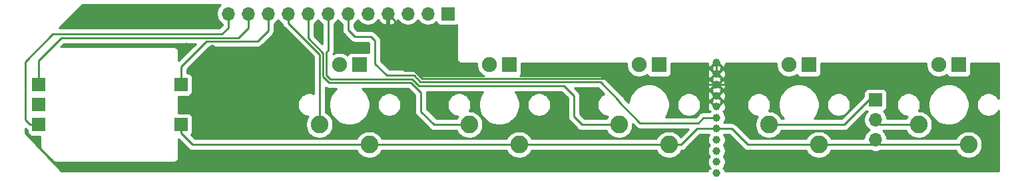
<source format=gbr>
%TF.GenerationSoftware,KiCad,Pcbnew,(5.1.5)-3*%
%TF.CreationDate,2021-10-28T23:15:05-05:00*%
%TF.ProjectId,Pikatea Macropad FK1,50696b61-7465-4612-904d-6163726f7061,rev?*%
%TF.SameCoordinates,Original*%
%TF.FileFunction,Copper,L1,Top*%
%TF.FilePolarity,Positive*%
%FSLAX46Y46*%
G04 Gerber Fmt 4.6, Leading zero omitted, Abs format (unit mm)*
G04 Created by KiCad (PCBNEW (5.1.5)-3) date 2021-10-28 23:15:05*
%MOMM*%
%LPD*%
G04 APERTURE LIST*
%TA.AperFunction,ComponentPad*%
%ADD10O,1.700000X1.700000*%
%TD*%
%TA.AperFunction,ComponentPad*%
%ADD11R,1.700000X1.700000*%
%TD*%
%TA.AperFunction,ComponentPad*%
%ADD12C,1.000000*%
%TD*%
%TA.AperFunction,ComponentPad*%
%ADD13R,1.905000X1.905000*%
%TD*%
%TA.AperFunction,ComponentPad*%
%ADD14C,1.905000*%
%TD*%
%TA.AperFunction,ComponentPad*%
%ADD15C,2.250000*%
%TD*%
%TA.AperFunction,ViaPad*%
%ADD16C,0.800000*%
%TD*%
%TA.AperFunction,Conductor*%
%ADD17C,0.250000*%
%TD*%
%TA.AperFunction,Conductor*%
%ADD18C,0.254000*%
%TD*%
G04 APERTURE END LIST*
D10*
%TO.P,J1,12*%
%TO.N,/D4*%
X115443000Y-93345000D03*
%TO.P,J1,11*%
%TO.N,/D3*%
X117983000Y-93345000D03*
%TO.P,J1,10*%
%TO.N,/D2*%
X120523000Y-93345000D03*
%TO.P,J1,9*%
%TO.N,/D5*%
X123063000Y-93345000D03*
%TO.P,J1,8*%
%TO.N,/D9*%
X125603000Y-93345000D03*
%TO.P,J1,7*%
%TO.N,/D7*%
X128143000Y-93345000D03*
%TO.P,J1,6*%
%TO.N,/D8*%
X130683000Y-93345000D03*
%TO.P,J1,5*%
%TO.N,/D6*%
X133223000Y-93345000D03*
%TO.P,J1,4*%
%TO.N,GND*%
X135763000Y-93345000D03*
%TO.P,J1,3*%
%TO.N,N/C*%
X138303000Y-93345000D03*
%TO.P,J1,2*%
X140843000Y-93345000D03*
D11*
%TO.P,J1,1*%
%TO.N,/A0*%
X143383000Y-93345000D03*
%TD*%
D12*
%TO.P,J2,1*%
%TO.N,GND*%
X177546000Y-99580000D03*
X177546000Y-113580000D03*
%TO.P,J2,6*%
%TO.N,N/C*%
X177546000Y-112180000D03*
%TO.P,J2,5*%
X177546000Y-110780000D03*
%TO.P,J2,3*%
%TO.N,/D6*%
X177546000Y-109380000D03*
%TO.P,J2,2*%
%TO.N,/A0*%
X177546000Y-107980000D03*
%TO.P,J2,1*%
%TO.N,GND*%
X177546000Y-100980000D03*
X177546000Y-102380000D03*
X177546000Y-103780000D03*
X177546000Y-105180000D03*
%TO.P,J2,4*%
%TO.N,/D8*%
X177546000Y-106580000D03*
%TD*%
D13*
%TO.P,MX5,4*%
%TO.N,N/C*%
X208320000Y-99840000D03*
D14*
%TO.P,MX5,3*%
X205780000Y-99840000D03*
D15*
%TO.P,MX5,1*%
%TO.N,/D6*%
X203240000Y-107460000D03*
%TO.P,MX5,2*%
%TO.N,/A0*%
X209590000Y-110000000D03*
%TD*%
D13*
%TO.P,MX4,4*%
%TO.N,N/C*%
X189270000Y-99840000D03*
D14*
%TO.P,MX4,3*%
X186730000Y-99840000D03*
D15*
%TO.P,MX4,1*%
%TO.N,/D8*%
X184190000Y-107460000D03*
%TO.P,MX4,2*%
%TO.N,/A0*%
X190540000Y-110000000D03*
%TD*%
D13*
%TO.P,MX3,4*%
%TO.N,N/C*%
X170220000Y-99840000D03*
D14*
%TO.P,MX3,3*%
X167680000Y-99840000D03*
D15*
%TO.P,MX3,1*%
%TO.N,/D7*%
X165140000Y-107460000D03*
%TO.P,MX3,2*%
%TO.N,/A0*%
X171490000Y-110000000D03*
%TD*%
D13*
%TO.P,MX2,4*%
%TO.N,N/C*%
X151170000Y-99840000D03*
D14*
%TO.P,MX2,3*%
X148630000Y-99840000D03*
D15*
%TO.P,MX2,1*%
%TO.N,/D9*%
X146090000Y-107460000D03*
%TO.P,MX2,2*%
%TO.N,/A0*%
X152440000Y-110000000D03*
%TD*%
D13*
%TO.P,MX1,4*%
%TO.N,N/C*%
X132120000Y-99840000D03*
D14*
%TO.P,MX1,3*%
X129580000Y-99840000D03*
D15*
%TO.P,MX1,1*%
%TO.N,/D5*%
X127040000Y-107460000D03*
%TO.P,MX1,2*%
%TO.N,/A0*%
X133390000Y-110000000D03*
%TD*%
D10*
%TO.P,J4,3*%
%TO.N,/A0*%
X197760000Y-109390000D03*
%TO.P,J4,2*%
%TO.N,/D6*%
X197760000Y-106850000D03*
D11*
%TO.P,J4,1*%
%TO.N,/D8*%
X197760000Y-104310000D03*
%TD*%
%TO.P,SW1,S1*%
%TO.N,/D2*%
X109450000Y-102360000D03*
%TO.P,SW1,S2*%
%TO.N,/A0*%
X109450000Y-107440000D03*
%TO.P,SW1,C*%
%TO.N,GND*%
X91350000Y-104900000D03*
%TO.P,SW1,B*%
%TO.N,/D3*%
X91350000Y-102360000D03*
%TO.P,SW1,A*%
%TO.N,/D4*%
X91350000Y-107440000D03*
%TD*%
D16*
%TO.N,GND*%
X127000000Y-96139000D03*
X121920000Y-95377000D03*
X129413000Y-96139000D03*
X113157000Y-94869000D03*
X113411000Y-97663000D03*
X109601000Y-110109000D03*
X110109000Y-97409000D03*
X161036000Y-104902000D03*
%TD*%
D17*
%TO.N,GND*%
X178253106Y-102380000D02*
X178271106Y-102362000D01*
X177546000Y-102380000D02*
X178253106Y-102380000D01*
X178271106Y-102362000D02*
X178943000Y-102362000D01*
X174371000Y-102362000D02*
X176276000Y-102362000D01*
X173597981Y-101588981D02*
X174371000Y-102362000D01*
X139069229Y-100584000D02*
X140074209Y-101588980D01*
X176276000Y-102362000D02*
X176294000Y-102380000D01*
X177546000Y-102380000D02*
X176276000Y-102362000D01*
X136612999Y-94194999D02*
X136612999Y-99274999D01*
X140074209Y-101588980D02*
X173597981Y-101588981D01*
X137922000Y-100584000D02*
X139069229Y-100584000D01*
X136612999Y-99274999D02*
X137922000Y-100584000D01*
X135763000Y-93345000D02*
X136612999Y-94194999D01*
X177546000Y-100980000D02*
X177546000Y-99580000D01*
%TO.N,/A0*%
X171490000Y-110000000D02*
X151656000Y-110000000D01*
X152440000Y-110000000D02*
X133390000Y-110000000D01*
X198370000Y-110000000D02*
X197760000Y-109390000D01*
X209590000Y-110000000D02*
X198370000Y-110000000D01*
X197150000Y-110000000D02*
X197760000Y-109390000D01*
X190540000Y-110000000D02*
X197150000Y-110000000D01*
X172194000Y-110000000D02*
X171490000Y-110000000D01*
X171490000Y-109180000D02*
X171490000Y-110000000D01*
X109450000Y-108540000D02*
X109450000Y-107440000D01*
X110910000Y-110000000D02*
X109450000Y-108540000D01*
X133390000Y-110000000D02*
X110910000Y-110000000D01*
%TO.N,/D9*%
X139954000Y-105791000D02*
X141623000Y-107460000D01*
X139954000Y-103378000D02*
X139954000Y-105791000D01*
X141623000Y-107460000D02*
X146090000Y-107460000D01*
X125603000Y-96450671D02*
X127490010Y-98337681D01*
X138684000Y-102108000D02*
X139954000Y-103378000D01*
X125603000Y-93345000D02*
X125603000Y-96450671D01*
X128270000Y-102108000D02*
X138684000Y-102108000D01*
X127490010Y-98337681D02*
X127490010Y-101328010D01*
X127490010Y-101328010D02*
X128270000Y-102108000D01*
%TO.N,/D6*%
X198370000Y-107460000D02*
X197760000Y-106850000D01*
X203240000Y-107460000D02*
X198370000Y-107460000D01*
%TO.N,/D5*%
X127040000Y-105869010D02*
X127040000Y-107460000D01*
X123063000Y-94547081D02*
X127040000Y-98524081D01*
X127040000Y-98524081D02*
X127040000Y-105869010D01*
X123063000Y-93345000D02*
X123063000Y-94547081D01*
%TO.N,/D4*%
X90250000Y-107440000D02*
X89662000Y-106852000D01*
X91350000Y-107440000D02*
X90250000Y-107440000D01*
X89662000Y-106852000D02*
X89662000Y-99441000D01*
X89662000Y-99441000D02*
X93160010Y-95942990D01*
X93160010Y-95942990D02*
X114623010Y-95942990D01*
X115443000Y-95123000D02*
X115443000Y-93345000D01*
X114623010Y-95942990D02*
X115443000Y-95123000D01*
%TO.N,/D3*%
X117983000Y-95123000D02*
X117983000Y-93345000D01*
X94234000Y-96393000D02*
X116713000Y-96393000D01*
X91350000Y-102360000D02*
X91350000Y-99277000D01*
X116713000Y-96393000D02*
X117983000Y-95123000D01*
X91350000Y-99277000D02*
X94234000Y-96393000D01*
%TO.N,/D2*%
X120523000Y-95504000D02*
X120523000Y-93345000D01*
X119183990Y-96843010D02*
X120523000Y-95504000D01*
X109450000Y-102360000D02*
X109450000Y-100100000D01*
X112706990Y-96843010D02*
X119183990Y-96843010D01*
X109450000Y-100100000D02*
X112706990Y-96843010D01*
%TO.N,/D8*%
X184190000Y-107460000D02*
X193784000Y-107460000D01*
X196934000Y-104310000D02*
X197760000Y-104310000D01*
X193784000Y-107460000D02*
X196934000Y-104310000D01*
%TO.N,/A0*%
X175100990Y-107980000D02*
X177546000Y-107980000D01*
X171490000Y-110000000D02*
X173080990Y-110000000D01*
X173080990Y-110000000D02*
X175100990Y-107980000D01*
X179481000Y-107980000D02*
X177546000Y-107980000D01*
X190540000Y-110000000D02*
X181501000Y-110000000D01*
X181501000Y-110000000D02*
X179481000Y-107980000D01*
%TO.N,/D8*%
X133604000Y-96266000D02*
X131572000Y-96266000D01*
X134112000Y-96774000D02*
X133604000Y-96266000D01*
X134112000Y-99695000D02*
X134112000Y-96774000D01*
X165100000Y-104501974D02*
X165100000Y-104373998D01*
X131572000Y-96266000D02*
X130683000Y-95377000D01*
X167836927Y-107238901D02*
X165100000Y-104501974D01*
X130683000Y-95377000D02*
X130683000Y-93345000D01*
X175205679Y-107238901D02*
X167836927Y-107238901D01*
X177546000Y-106580000D02*
X175864580Y-106580000D01*
X135624982Y-101207982D02*
X134112000Y-99695000D01*
X175864580Y-106580000D02*
X175205679Y-107238901D01*
X165100000Y-104373998D02*
X162764993Y-102038991D01*
X139056800Y-101207982D02*
X135624982Y-101207982D01*
X162764993Y-102038991D02*
X157607000Y-102038990D01*
X157607000Y-102038990D02*
X139887810Y-102038990D01*
X139887810Y-102038990D02*
X139056800Y-101207982D01*
%TO.N,/D7*%
X159385000Y-106426000D02*
X160419000Y-107460000D01*
X139701410Y-102489000D02*
X158115000Y-102489000D01*
X128143000Y-98044000D02*
X127940020Y-98246980D01*
X158115000Y-102489000D02*
X159385000Y-103759000D01*
X138870401Y-101657991D02*
X139701410Y-102489000D01*
X128143000Y-93345000D02*
X128143000Y-98044000D01*
X127940020Y-98246980D02*
X127940020Y-101141610D01*
X160419000Y-107460000D02*
X165140000Y-107460000D01*
X159385000Y-103759000D02*
X159385000Y-106426000D01*
X127940020Y-101141610D02*
X128456400Y-101657990D01*
X128456400Y-101657990D02*
X138870401Y-101657991D01*
%TD*%
D18*
%TO.N,GND*%
G36*
X166092500Y-99683645D02*
G01*
X166092500Y-99996355D01*
X166153507Y-100303057D01*
X166273176Y-100591963D01*
X166446908Y-100851972D01*
X166668028Y-101073092D01*
X166928037Y-101246824D01*
X167216943Y-101366493D01*
X167523645Y-101427500D01*
X167836355Y-101427500D01*
X168143057Y-101366493D01*
X168431963Y-101246824D01*
X168691972Y-101073092D01*
X168695549Y-101069515D01*
X168736963Y-101146994D01*
X168816315Y-101243685D01*
X168913006Y-101323037D01*
X169023320Y-101382002D01*
X169143018Y-101418312D01*
X169267500Y-101430572D01*
X171172500Y-101430572D01*
X171296982Y-101418312D01*
X171416680Y-101382002D01*
X171526994Y-101323037D01*
X171623685Y-101243685D01*
X171703037Y-101146994D01*
X171748250Y-101062406D01*
X176408489Y-101062406D01*
X176446423Y-101282740D01*
X176526613Y-101491440D01*
X176554412Y-101543450D01*
X176767834Y-101578561D01*
X177366395Y-100980000D01*
X177725605Y-100980000D01*
X178324166Y-101578561D01*
X178537588Y-101543450D01*
X178628458Y-101339174D01*
X178677731Y-101121095D01*
X178683511Y-100897594D01*
X178645577Y-100677260D01*
X178565387Y-100468560D01*
X178537588Y-100416550D01*
X178324166Y-100381439D01*
X177725605Y-100980000D01*
X177366395Y-100980000D01*
X176767834Y-100381439D01*
X176554412Y-100416550D01*
X176463542Y-100620826D01*
X176414269Y-100838905D01*
X176408489Y-101062406D01*
X171748250Y-101062406D01*
X171762002Y-101036680D01*
X171798312Y-100916982D01*
X171810572Y-100792500D01*
X171810572Y-100201834D01*
X176947439Y-100201834D01*
X177025605Y-100280000D01*
X176947439Y-100358166D01*
X176982550Y-100571588D01*
X177186826Y-100662458D01*
X177404905Y-100711731D01*
X177458728Y-100713123D01*
X177546000Y-100800395D01*
X177628983Y-100717412D01*
X177848740Y-100679577D01*
X178057440Y-100599387D01*
X178109450Y-100571588D01*
X178144561Y-100358166D01*
X178066395Y-100280000D01*
X178144561Y-100201834D01*
X178109450Y-99988412D01*
X177905174Y-99897542D01*
X177687095Y-99848269D01*
X177633272Y-99846877D01*
X177546000Y-99759605D01*
X177463017Y-99842588D01*
X177243260Y-99880423D01*
X177034560Y-99960613D01*
X176982550Y-99988412D01*
X176947439Y-100201834D01*
X171810572Y-100201834D01*
X171810572Y-99660000D01*
X176408551Y-99660000D01*
X176408489Y-99662406D01*
X176446423Y-99882740D01*
X176526613Y-100091440D01*
X176554412Y-100143450D01*
X176767834Y-100178561D01*
X177286395Y-99660000D01*
X177805605Y-99660000D01*
X178324166Y-100178561D01*
X178537588Y-100143450D01*
X178628458Y-99939174D01*
X178677731Y-99721095D01*
X178679311Y-99660000D01*
X185147203Y-99660000D01*
X185142500Y-99683645D01*
X185142500Y-99996355D01*
X185203507Y-100303057D01*
X185323176Y-100591963D01*
X185496908Y-100851972D01*
X185718028Y-101073092D01*
X185978037Y-101246824D01*
X186266943Y-101366493D01*
X186573645Y-101427500D01*
X186886355Y-101427500D01*
X187193057Y-101366493D01*
X187481963Y-101246824D01*
X187741972Y-101073092D01*
X187745549Y-101069515D01*
X187786963Y-101146994D01*
X187866315Y-101243685D01*
X187963006Y-101323037D01*
X188073320Y-101382002D01*
X188193018Y-101418312D01*
X188317500Y-101430572D01*
X190222500Y-101430572D01*
X190346982Y-101418312D01*
X190466680Y-101382002D01*
X190576994Y-101323037D01*
X190673685Y-101243685D01*
X190753037Y-101146994D01*
X190812002Y-101036680D01*
X190848312Y-100916982D01*
X190860572Y-100792500D01*
X190860572Y-99660000D01*
X204197203Y-99660000D01*
X204192500Y-99683645D01*
X204192500Y-99996355D01*
X204253507Y-100303057D01*
X204373176Y-100591963D01*
X204546908Y-100851972D01*
X204768028Y-101073092D01*
X205028037Y-101246824D01*
X205316943Y-101366493D01*
X205623645Y-101427500D01*
X205936355Y-101427500D01*
X206243057Y-101366493D01*
X206531963Y-101246824D01*
X206791972Y-101073092D01*
X206795549Y-101069515D01*
X206836963Y-101146994D01*
X206916315Y-101243685D01*
X207013006Y-101323037D01*
X207123320Y-101382002D01*
X207243018Y-101418312D01*
X207367500Y-101430572D01*
X209272500Y-101430572D01*
X209396982Y-101418312D01*
X209516680Y-101382002D01*
X209626994Y-101323037D01*
X209723685Y-101243685D01*
X209803037Y-101146994D01*
X209862002Y-101036680D01*
X209898312Y-100916982D01*
X209910572Y-100792500D01*
X209910572Y-99660000D01*
X213440001Y-99660000D01*
X213440001Y-104162627D01*
X213302893Y-103957431D01*
X213092569Y-103747107D01*
X212845253Y-103581856D01*
X212570451Y-103468029D01*
X212278722Y-103410000D01*
X211981278Y-103410000D01*
X211689549Y-103468029D01*
X211414747Y-103581856D01*
X211167431Y-103747107D01*
X210957107Y-103957431D01*
X210791856Y-104204747D01*
X210678029Y-104479549D01*
X210620000Y-104771278D01*
X210620000Y-105068722D01*
X210678029Y-105360451D01*
X210791856Y-105635253D01*
X210957107Y-105882569D01*
X211167431Y-106092893D01*
X211414747Y-106258144D01*
X211689549Y-106371971D01*
X211981278Y-106430000D01*
X212278722Y-106430000D01*
X212570451Y-106371971D01*
X212845253Y-106258144D01*
X213092569Y-106092893D01*
X213302893Y-105882569D01*
X213440001Y-105677373D01*
X213440000Y-113340000D01*
X178656379Y-113340000D01*
X178645577Y-113277260D01*
X178565387Y-113068560D01*
X178537588Y-113016550D01*
X178346087Y-112985045D01*
X178427612Y-112903520D01*
X178551824Y-112717624D01*
X178637383Y-112511067D01*
X178681000Y-112291788D01*
X178681000Y-112068212D01*
X178637383Y-111848933D01*
X178551824Y-111642376D01*
X178443328Y-111480000D01*
X178551824Y-111317624D01*
X178637383Y-111111067D01*
X178681000Y-110891788D01*
X178681000Y-110668212D01*
X178637383Y-110448933D01*
X178551824Y-110242376D01*
X178443328Y-110080000D01*
X178551824Y-109917624D01*
X178637383Y-109711067D01*
X178681000Y-109491788D01*
X178681000Y-109268212D01*
X178637383Y-109048933D01*
X178551824Y-108842376D01*
X178483418Y-108740000D01*
X179166199Y-108740000D01*
X180937205Y-110511008D01*
X180960999Y-110540001D01*
X180989992Y-110563795D01*
X180989996Y-110563799D01*
X181039530Y-110604450D01*
X181076724Y-110634974D01*
X181208753Y-110705546D01*
X181352014Y-110749003D01*
X181463667Y-110760000D01*
X181463676Y-110760000D01*
X181500999Y-110763676D01*
X181538322Y-110760000D01*
X188949792Y-110760000D01*
X188980308Y-110833673D01*
X189172919Y-111121935D01*
X189418065Y-111367081D01*
X189706327Y-111559692D01*
X190026627Y-111692364D01*
X190366655Y-111760000D01*
X190713345Y-111760000D01*
X191053373Y-111692364D01*
X191373673Y-111559692D01*
X191661935Y-111367081D01*
X191907081Y-111121935D01*
X192099692Y-110833673D01*
X192130208Y-110760000D01*
X197112678Y-110760000D01*
X197150000Y-110763676D01*
X197187047Y-110760027D01*
X197326842Y-110817932D01*
X197613740Y-110875000D01*
X197906260Y-110875000D01*
X198193158Y-110817932D01*
X198332953Y-110760027D01*
X198369999Y-110763676D01*
X198407322Y-110760000D01*
X207999792Y-110760000D01*
X208030308Y-110833673D01*
X208222919Y-111121935D01*
X208468065Y-111367081D01*
X208756327Y-111559692D01*
X209076627Y-111692364D01*
X209416655Y-111760000D01*
X209763345Y-111760000D01*
X210103373Y-111692364D01*
X210423673Y-111559692D01*
X210711935Y-111367081D01*
X210957081Y-111121935D01*
X211149692Y-110833673D01*
X211282364Y-110513373D01*
X211350000Y-110173345D01*
X211350000Y-109826655D01*
X211282364Y-109486627D01*
X211149692Y-109166327D01*
X210957081Y-108878065D01*
X210711935Y-108632919D01*
X210423673Y-108440308D01*
X210103373Y-108307636D01*
X209763345Y-108240000D01*
X209416655Y-108240000D01*
X209076627Y-108307636D01*
X208756327Y-108440308D01*
X208468065Y-108632919D01*
X208222919Y-108878065D01*
X208030308Y-109166327D01*
X207999792Y-109240000D01*
X199244256Y-109240000D01*
X199187932Y-108956842D01*
X199075990Y-108686589D01*
X198913475Y-108443368D01*
X198706632Y-108236525D01*
X198681901Y-108220000D01*
X201649792Y-108220000D01*
X201680308Y-108293673D01*
X201872919Y-108581935D01*
X202118065Y-108827081D01*
X202406327Y-109019692D01*
X202726627Y-109152364D01*
X203066655Y-109220000D01*
X203413345Y-109220000D01*
X203753373Y-109152364D01*
X204073673Y-109019692D01*
X204361935Y-108827081D01*
X204607081Y-108581935D01*
X204799692Y-108293673D01*
X204932364Y-107973373D01*
X205000000Y-107633345D01*
X205000000Y-107286655D01*
X204932364Y-106946627D01*
X204799692Y-106626327D01*
X204607081Y-106338065D01*
X204361935Y-106092919D01*
X204073673Y-105900308D01*
X203753373Y-105767636D01*
X203413345Y-105700000D01*
X203264882Y-105700000D01*
X203308144Y-105635253D01*
X203421971Y-105360451D01*
X203480000Y-105068722D01*
X203480000Y-104771278D01*
X203458080Y-104661076D01*
X204421100Y-104661076D01*
X204421100Y-105178924D01*
X204522127Y-105686822D01*
X204720299Y-106165251D01*
X205008000Y-106595826D01*
X205374174Y-106962000D01*
X205804749Y-107249701D01*
X206283178Y-107447873D01*
X206791076Y-107548900D01*
X207308924Y-107548900D01*
X207816822Y-107447873D01*
X208295251Y-107249701D01*
X208725826Y-106962000D01*
X209092000Y-106595826D01*
X209379701Y-106165251D01*
X209577873Y-105686822D01*
X209678900Y-105178924D01*
X209678900Y-104661076D01*
X209577873Y-104153178D01*
X209379701Y-103674749D01*
X209092000Y-103244174D01*
X208725826Y-102878000D01*
X208295251Y-102590299D01*
X207816822Y-102392127D01*
X207308924Y-102291100D01*
X206791076Y-102291100D01*
X206283178Y-102392127D01*
X205804749Y-102590299D01*
X205374174Y-102878000D01*
X205008000Y-103244174D01*
X204720299Y-103674749D01*
X204522127Y-104153178D01*
X204421100Y-104661076D01*
X203458080Y-104661076D01*
X203421971Y-104479549D01*
X203308144Y-104204747D01*
X203142893Y-103957431D01*
X202932569Y-103747107D01*
X202685253Y-103581856D01*
X202410451Y-103468029D01*
X202118722Y-103410000D01*
X201821278Y-103410000D01*
X201529549Y-103468029D01*
X201254747Y-103581856D01*
X201007431Y-103747107D01*
X200797107Y-103957431D01*
X200631856Y-104204747D01*
X200518029Y-104479549D01*
X200460000Y-104771278D01*
X200460000Y-105068722D01*
X200518029Y-105360451D01*
X200631856Y-105635253D01*
X200797107Y-105882569D01*
X201007431Y-106092893D01*
X201254747Y-106258144D01*
X201529549Y-106371971D01*
X201812638Y-106428281D01*
X201680308Y-106626327D01*
X201649792Y-106700000D01*
X199244256Y-106700000D01*
X199187932Y-106416842D01*
X199075990Y-106146589D01*
X198913475Y-105903368D01*
X198781620Y-105771513D01*
X198854180Y-105749502D01*
X198964494Y-105690537D01*
X199061185Y-105611185D01*
X199140537Y-105514494D01*
X199199502Y-105404180D01*
X199235812Y-105284482D01*
X199248072Y-105160000D01*
X199248072Y-103460000D01*
X199235812Y-103335518D01*
X199199502Y-103215820D01*
X199140537Y-103105506D01*
X199061185Y-103008815D01*
X198964494Y-102929463D01*
X198854180Y-102870498D01*
X198734482Y-102834188D01*
X198610000Y-102821928D01*
X196910000Y-102821928D01*
X196785518Y-102834188D01*
X196665820Y-102870498D01*
X196555506Y-102929463D01*
X196458815Y-103008815D01*
X196379463Y-103105506D01*
X196320498Y-103215820D01*
X196284188Y-103335518D01*
X196271928Y-103460000D01*
X196271928Y-103897270D01*
X193469199Y-106700000D01*
X189937826Y-106700000D01*
X190042000Y-106595826D01*
X190329701Y-106165251D01*
X190527873Y-105686822D01*
X190628900Y-105178924D01*
X190628900Y-104771278D01*
X191570000Y-104771278D01*
X191570000Y-105068722D01*
X191628029Y-105360451D01*
X191741856Y-105635253D01*
X191907107Y-105882569D01*
X192117431Y-106092893D01*
X192364747Y-106258144D01*
X192639549Y-106371971D01*
X192931278Y-106430000D01*
X193228722Y-106430000D01*
X193520451Y-106371971D01*
X193795253Y-106258144D01*
X194042569Y-106092893D01*
X194252893Y-105882569D01*
X194418144Y-105635253D01*
X194531971Y-105360451D01*
X194590000Y-105068722D01*
X194590000Y-104771278D01*
X194531971Y-104479549D01*
X194418144Y-104204747D01*
X194252893Y-103957431D01*
X194042569Y-103747107D01*
X193795253Y-103581856D01*
X193520451Y-103468029D01*
X193228722Y-103410000D01*
X192931278Y-103410000D01*
X192639549Y-103468029D01*
X192364747Y-103581856D01*
X192117431Y-103747107D01*
X191907107Y-103957431D01*
X191741856Y-104204747D01*
X191628029Y-104479549D01*
X191570000Y-104771278D01*
X190628900Y-104771278D01*
X190628900Y-104661076D01*
X190527873Y-104153178D01*
X190329701Y-103674749D01*
X190042000Y-103244174D01*
X189675826Y-102878000D01*
X189245251Y-102590299D01*
X188766822Y-102392127D01*
X188258924Y-102291100D01*
X187741076Y-102291100D01*
X187233178Y-102392127D01*
X186754749Y-102590299D01*
X186324174Y-102878000D01*
X185958000Y-103244174D01*
X185670299Y-103674749D01*
X185472127Y-104153178D01*
X185371100Y-104661076D01*
X185371100Y-105178924D01*
X185472127Y-105686822D01*
X185670299Y-106165251D01*
X185958000Y-106595826D01*
X186062174Y-106700000D01*
X185780208Y-106700000D01*
X185749692Y-106626327D01*
X185557081Y-106338065D01*
X185311935Y-106092919D01*
X185023673Y-105900308D01*
X184703373Y-105767636D01*
X184363345Y-105700000D01*
X184214882Y-105700000D01*
X184258144Y-105635253D01*
X184371971Y-105360451D01*
X184430000Y-105068722D01*
X184430000Y-104771278D01*
X184371971Y-104479549D01*
X184258144Y-104204747D01*
X184092893Y-103957431D01*
X183882569Y-103747107D01*
X183635253Y-103581856D01*
X183360451Y-103468029D01*
X183068722Y-103410000D01*
X182771278Y-103410000D01*
X182479549Y-103468029D01*
X182204747Y-103581856D01*
X181957431Y-103747107D01*
X181747107Y-103957431D01*
X181581856Y-104204747D01*
X181468029Y-104479549D01*
X181410000Y-104771278D01*
X181410000Y-105068722D01*
X181468029Y-105360451D01*
X181581856Y-105635253D01*
X181747107Y-105882569D01*
X181957431Y-106092893D01*
X182204747Y-106258144D01*
X182479549Y-106371971D01*
X182762638Y-106428281D01*
X182630308Y-106626327D01*
X182497636Y-106946627D01*
X182430000Y-107286655D01*
X182430000Y-107633345D01*
X182497636Y-107973373D01*
X182630308Y-108293673D01*
X182822919Y-108581935D01*
X183068065Y-108827081D01*
X183356327Y-109019692D01*
X183676627Y-109152364D01*
X184016655Y-109220000D01*
X184363345Y-109220000D01*
X184703373Y-109152364D01*
X185023673Y-109019692D01*
X185311935Y-108827081D01*
X185557081Y-108581935D01*
X185749692Y-108293673D01*
X185780208Y-108220000D01*
X193746678Y-108220000D01*
X193784000Y-108223676D01*
X193821322Y-108220000D01*
X193821333Y-108220000D01*
X193932986Y-108209003D01*
X194076247Y-108165546D01*
X194208276Y-108094974D01*
X194324001Y-108000001D01*
X194347804Y-107970997D01*
X196602921Y-105715881D01*
X196665820Y-105749502D01*
X196738380Y-105771513D01*
X196606525Y-105903368D01*
X196444010Y-106146589D01*
X196332068Y-106416842D01*
X196275000Y-106703740D01*
X196275000Y-106996260D01*
X196332068Y-107283158D01*
X196444010Y-107553411D01*
X196606525Y-107796632D01*
X196813368Y-108003475D01*
X196987760Y-108120000D01*
X196813368Y-108236525D01*
X196606525Y-108443368D01*
X196444010Y-108686589D01*
X196332068Y-108956842D01*
X196275744Y-109240000D01*
X192130208Y-109240000D01*
X192099692Y-109166327D01*
X191907081Y-108878065D01*
X191661935Y-108632919D01*
X191373673Y-108440308D01*
X191053373Y-108307636D01*
X190713345Y-108240000D01*
X190366655Y-108240000D01*
X190026627Y-108307636D01*
X189706327Y-108440308D01*
X189418065Y-108632919D01*
X189172919Y-108878065D01*
X188980308Y-109166327D01*
X188949792Y-109240000D01*
X181815803Y-109240000D01*
X180044804Y-107469002D01*
X180021001Y-107439999D01*
X179905276Y-107345026D01*
X179773247Y-107274454D01*
X179629986Y-107230997D01*
X179518333Y-107220000D01*
X179518322Y-107220000D01*
X179481000Y-107216324D01*
X179443678Y-107220000D01*
X178483418Y-107220000D01*
X178551824Y-107117624D01*
X178637383Y-106911067D01*
X178681000Y-106691788D01*
X178681000Y-106468212D01*
X178637383Y-106248933D01*
X178551824Y-106042376D01*
X178427612Y-105856480D01*
X178346087Y-105774955D01*
X178537588Y-105743450D01*
X178628458Y-105539174D01*
X178677731Y-105321095D01*
X178683511Y-105097594D01*
X178645577Y-104877260D01*
X178565387Y-104668560D01*
X178537588Y-104616550D01*
X178324166Y-104581439D01*
X177725605Y-105180000D01*
X177739748Y-105194143D01*
X177560143Y-105373748D01*
X177546000Y-105359605D01*
X177531858Y-105373748D01*
X177352253Y-105194143D01*
X177366395Y-105180000D01*
X176767834Y-104581439D01*
X176554412Y-104616550D01*
X176463542Y-104820826D01*
X176414269Y-105038905D01*
X176408489Y-105262406D01*
X176446423Y-105482740D01*
X176526613Y-105691440D01*
X176554412Y-105743450D01*
X176745913Y-105774955D01*
X176700868Y-105820000D01*
X175901905Y-105820000D01*
X175864580Y-105816324D01*
X175827255Y-105820000D01*
X175827247Y-105820000D01*
X175715594Y-105830997D01*
X175572333Y-105874454D01*
X175440304Y-105945026D01*
X175324579Y-106039999D01*
X175300780Y-106068998D01*
X174890878Y-106478901D01*
X171070127Y-106478901D01*
X171279701Y-106165251D01*
X171477873Y-105686822D01*
X171578900Y-105178924D01*
X171578900Y-104771278D01*
X172520000Y-104771278D01*
X172520000Y-105068722D01*
X172578029Y-105360451D01*
X172691856Y-105635253D01*
X172857107Y-105882569D01*
X173067431Y-106092893D01*
X173314747Y-106258144D01*
X173589549Y-106371971D01*
X173881278Y-106430000D01*
X174178722Y-106430000D01*
X174470451Y-106371971D01*
X174745253Y-106258144D01*
X174992569Y-106092893D01*
X175202893Y-105882569D01*
X175368144Y-105635253D01*
X175481971Y-105360451D01*
X175540000Y-105068722D01*
X175540000Y-104771278D01*
X175481971Y-104479549D01*
X175449781Y-104401834D01*
X176947439Y-104401834D01*
X177025605Y-104480000D01*
X176947439Y-104558166D01*
X176982550Y-104771588D01*
X177186826Y-104862458D01*
X177404905Y-104911731D01*
X177458728Y-104913123D01*
X177546000Y-105000395D01*
X177628983Y-104917412D01*
X177848740Y-104879577D01*
X178057440Y-104799387D01*
X178109450Y-104771588D01*
X178144561Y-104558166D01*
X178066395Y-104480000D01*
X178144561Y-104401834D01*
X178109450Y-104188412D01*
X177905174Y-104097542D01*
X177687095Y-104048269D01*
X177633272Y-104046877D01*
X177546000Y-103959605D01*
X177463017Y-104042588D01*
X177243260Y-104080423D01*
X177034560Y-104160613D01*
X176982550Y-104188412D01*
X176947439Y-104401834D01*
X175449781Y-104401834D01*
X175368144Y-104204747D01*
X175202893Y-103957431D01*
X175107868Y-103862406D01*
X176408489Y-103862406D01*
X176446423Y-104082740D01*
X176526613Y-104291440D01*
X176554412Y-104343450D01*
X176767834Y-104378561D01*
X177366395Y-103780000D01*
X177725605Y-103780000D01*
X178324166Y-104378561D01*
X178537588Y-104343450D01*
X178628458Y-104139174D01*
X178677731Y-103921095D01*
X178683511Y-103697594D01*
X178645577Y-103477260D01*
X178565387Y-103268560D01*
X178537588Y-103216550D01*
X178324166Y-103181439D01*
X177725605Y-103780000D01*
X177366395Y-103780000D01*
X176767834Y-103181439D01*
X176554412Y-103216550D01*
X176463542Y-103420826D01*
X176414269Y-103638905D01*
X176408489Y-103862406D01*
X175107868Y-103862406D01*
X174992569Y-103747107D01*
X174745253Y-103581856D01*
X174470451Y-103468029D01*
X174178722Y-103410000D01*
X173881278Y-103410000D01*
X173589549Y-103468029D01*
X173314747Y-103581856D01*
X173067431Y-103747107D01*
X172857107Y-103957431D01*
X172691856Y-104204747D01*
X172578029Y-104479549D01*
X172520000Y-104771278D01*
X171578900Y-104771278D01*
X171578900Y-104661076D01*
X171477873Y-104153178D01*
X171279701Y-103674749D01*
X170992000Y-103244174D01*
X170749660Y-103001834D01*
X176947439Y-103001834D01*
X177025605Y-103080000D01*
X176947439Y-103158166D01*
X176982550Y-103371588D01*
X177186826Y-103462458D01*
X177404905Y-103511731D01*
X177458728Y-103513123D01*
X177546000Y-103600395D01*
X177628983Y-103517412D01*
X177848740Y-103479577D01*
X178057440Y-103399387D01*
X178109450Y-103371588D01*
X178144561Y-103158166D01*
X178066395Y-103080000D01*
X178144561Y-103001834D01*
X178109450Y-102788412D01*
X177905174Y-102697542D01*
X177687095Y-102648269D01*
X177633272Y-102646877D01*
X177546000Y-102559605D01*
X177463017Y-102642588D01*
X177243260Y-102680423D01*
X177034560Y-102760613D01*
X176982550Y-102788412D01*
X176947439Y-103001834D01*
X170749660Y-103001834D01*
X170625826Y-102878000D01*
X170195251Y-102590299D01*
X169886491Y-102462406D01*
X176408489Y-102462406D01*
X176446423Y-102682740D01*
X176526613Y-102891440D01*
X176554412Y-102943450D01*
X176767834Y-102978561D01*
X177366395Y-102380000D01*
X177725605Y-102380000D01*
X178324166Y-102978561D01*
X178537588Y-102943450D01*
X178628458Y-102739174D01*
X178677731Y-102521095D01*
X178683511Y-102297594D01*
X178645577Y-102077260D01*
X178565387Y-101868560D01*
X178537588Y-101816550D01*
X178324166Y-101781439D01*
X177725605Y-102380000D01*
X177366395Y-102380000D01*
X176767834Y-101781439D01*
X176554412Y-101816550D01*
X176463542Y-102020826D01*
X176414269Y-102238905D01*
X176408489Y-102462406D01*
X169886491Y-102462406D01*
X169716822Y-102392127D01*
X169208924Y-102291100D01*
X168691076Y-102291100D01*
X168183178Y-102392127D01*
X167704749Y-102590299D01*
X167274174Y-102878000D01*
X166908000Y-103244174D01*
X166620299Y-103674749D01*
X166422127Y-104153178D01*
X166323224Y-104650397D01*
X165827739Y-104154912D01*
X165805546Y-104081751D01*
X165734974Y-103949722D01*
X165663799Y-103862995D01*
X165640001Y-103833997D01*
X165611003Y-103810199D01*
X163402638Y-101601834D01*
X176947439Y-101601834D01*
X177025605Y-101680000D01*
X176947439Y-101758166D01*
X176982550Y-101971588D01*
X177186826Y-102062458D01*
X177404905Y-102111731D01*
X177458728Y-102113123D01*
X177546000Y-102200395D01*
X177628983Y-102117412D01*
X177848740Y-102079577D01*
X178057440Y-101999387D01*
X178109450Y-101971588D01*
X178144561Y-101758166D01*
X178066395Y-101680000D01*
X178144561Y-101601834D01*
X178109450Y-101388412D01*
X177905174Y-101297542D01*
X177687095Y-101248269D01*
X177633272Y-101246877D01*
X177546000Y-101159605D01*
X177463017Y-101242588D01*
X177243260Y-101280423D01*
X177034560Y-101360613D01*
X176982550Y-101388412D01*
X176947439Y-101601834D01*
X163402638Y-101601834D01*
X163328792Y-101527989D01*
X163304994Y-101498991D01*
X163273356Y-101473026D01*
X163189269Y-101404017D01*
X163057239Y-101333445D01*
X162938878Y-101297542D01*
X162913979Y-101289989D01*
X162802326Y-101278992D01*
X162764993Y-101275315D01*
X162727661Y-101278992D01*
X157644333Y-101278990D01*
X152530666Y-101278990D01*
X152573685Y-101243685D01*
X152653037Y-101146994D01*
X152712002Y-101036680D01*
X152748312Y-100916982D01*
X152760572Y-100792500D01*
X152760572Y-99660000D01*
X166097203Y-99660000D01*
X166092500Y-99683645D01*
G37*
X166092500Y-99683645D02*
X166092500Y-99996355D01*
X166153507Y-100303057D01*
X166273176Y-100591963D01*
X166446908Y-100851972D01*
X166668028Y-101073092D01*
X166928037Y-101246824D01*
X167216943Y-101366493D01*
X167523645Y-101427500D01*
X167836355Y-101427500D01*
X168143057Y-101366493D01*
X168431963Y-101246824D01*
X168691972Y-101073092D01*
X168695549Y-101069515D01*
X168736963Y-101146994D01*
X168816315Y-101243685D01*
X168913006Y-101323037D01*
X169023320Y-101382002D01*
X169143018Y-101418312D01*
X169267500Y-101430572D01*
X171172500Y-101430572D01*
X171296982Y-101418312D01*
X171416680Y-101382002D01*
X171526994Y-101323037D01*
X171623685Y-101243685D01*
X171703037Y-101146994D01*
X171748250Y-101062406D01*
X176408489Y-101062406D01*
X176446423Y-101282740D01*
X176526613Y-101491440D01*
X176554412Y-101543450D01*
X176767834Y-101578561D01*
X177366395Y-100980000D01*
X177725605Y-100980000D01*
X178324166Y-101578561D01*
X178537588Y-101543450D01*
X178628458Y-101339174D01*
X178677731Y-101121095D01*
X178683511Y-100897594D01*
X178645577Y-100677260D01*
X178565387Y-100468560D01*
X178537588Y-100416550D01*
X178324166Y-100381439D01*
X177725605Y-100980000D01*
X177366395Y-100980000D01*
X176767834Y-100381439D01*
X176554412Y-100416550D01*
X176463542Y-100620826D01*
X176414269Y-100838905D01*
X176408489Y-101062406D01*
X171748250Y-101062406D01*
X171762002Y-101036680D01*
X171798312Y-100916982D01*
X171810572Y-100792500D01*
X171810572Y-100201834D01*
X176947439Y-100201834D01*
X177025605Y-100280000D01*
X176947439Y-100358166D01*
X176982550Y-100571588D01*
X177186826Y-100662458D01*
X177404905Y-100711731D01*
X177458728Y-100713123D01*
X177546000Y-100800395D01*
X177628983Y-100717412D01*
X177848740Y-100679577D01*
X178057440Y-100599387D01*
X178109450Y-100571588D01*
X178144561Y-100358166D01*
X178066395Y-100280000D01*
X178144561Y-100201834D01*
X178109450Y-99988412D01*
X177905174Y-99897542D01*
X177687095Y-99848269D01*
X177633272Y-99846877D01*
X177546000Y-99759605D01*
X177463017Y-99842588D01*
X177243260Y-99880423D01*
X177034560Y-99960613D01*
X176982550Y-99988412D01*
X176947439Y-100201834D01*
X171810572Y-100201834D01*
X171810572Y-99660000D01*
X176408551Y-99660000D01*
X176408489Y-99662406D01*
X176446423Y-99882740D01*
X176526613Y-100091440D01*
X176554412Y-100143450D01*
X176767834Y-100178561D01*
X177286395Y-99660000D01*
X177805605Y-99660000D01*
X178324166Y-100178561D01*
X178537588Y-100143450D01*
X178628458Y-99939174D01*
X178677731Y-99721095D01*
X178679311Y-99660000D01*
X185147203Y-99660000D01*
X185142500Y-99683645D01*
X185142500Y-99996355D01*
X185203507Y-100303057D01*
X185323176Y-100591963D01*
X185496908Y-100851972D01*
X185718028Y-101073092D01*
X185978037Y-101246824D01*
X186266943Y-101366493D01*
X186573645Y-101427500D01*
X186886355Y-101427500D01*
X187193057Y-101366493D01*
X187481963Y-101246824D01*
X187741972Y-101073092D01*
X187745549Y-101069515D01*
X187786963Y-101146994D01*
X187866315Y-101243685D01*
X187963006Y-101323037D01*
X188073320Y-101382002D01*
X188193018Y-101418312D01*
X188317500Y-101430572D01*
X190222500Y-101430572D01*
X190346982Y-101418312D01*
X190466680Y-101382002D01*
X190576994Y-101323037D01*
X190673685Y-101243685D01*
X190753037Y-101146994D01*
X190812002Y-101036680D01*
X190848312Y-100916982D01*
X190860572Y-100792500D01*
X190860572Y-99660000D01*
X204197203Y-99660000D01*
X204192500Y-99683645D01*
X204192500Y-99996355D01*
X204253507Y-100303057D01*
X204373176Y-100591963D01*
X204546908Y-100851972D01*
X204768028Y-101073092D01*
X205028037Y-101246824D01*
X205316943Y-101366493D01*
X205623645Y-101427500D01*
X205936355Y-101427500D01*
X206243057Y-101366493D01*
X206531963Y-101246824D01*
X206791972Y-101073092D01*
X206795549Y-101069515D01*
X206836963Y-101146994D01*
X206916315Y-101243685D01*
X207013006Y-101323037D01*
X207123320Y-101382002D01*
X207243018Y-101418312D01*
X207367500Y-101430572D01*
X209272500Y-101430572D01*
X209396982Y-101418312D01*
X209516680Y-101382002D01*
X209626994Y-101323037D01*
X209723685Y-101243685D01*
X209803037Y-101146994D01*
X209862002Y-101036680D01*
X209898312Y-100916982D01*
X209910572Y-100792500D01*
X209910572Y-99660000D01*
X213440001Y-99660000D01*
X213440001Y-104162627D01*
X213302893Y-103957431D01*
X213092569Y-103747107D01*
X212845253Y-103581856D01*
X212570451Y-103468029D01*
X212278722Y-103410000D01*
X211981278Y-103410000D01*
X211689549Y-103468029D01*
X211414747Y-103581856D01*
X211167431Y-103747107D01*
X210957107Y-103957431D01*
X210791856Y-104204747D01*
X210678029Y-104479549D01*
X210620000Y-104771278D01*
X210620000Y-105068722D01*
X210678029Y-105360451D01*
X210791856Y-105635253D01*
X210957107Y-105882569D01*
X211167431Y-106092893D01*
X211414747Y-106258144D01*
X211689549Y-106371971D01*
X211981278Y-106430000D01*
X212278722Y-106430000D01*
X212570451Y-106371971D01*
X212845253Y-106258144D01*
X213092569Y-106092893D01*
X213302893Y-105882569D01*
X213440001Y-105677373D01*
X213440000Y-113340000D01*
X178656379Y-113340000D01*
X178645577Y-113277260D01*
X178565387Y-113068560D01*
X178537588Y-113016550D01*
X178346087Y-112985045D01*
X178427612Y-112903520D01*
X178551824Y-112717624D01*
X178637383Y-112511067D01*
X178681000Y-112291788D01*
X178681000Y-112068212D01*
X178637383Y-111848933D01*
X178551824Y-111642376D01*
X178443328Y-111480000D01*
X178551824Y-111317624D01*
X178637383Y-111111067D01*
X178681000Y-110891788D01*
X178681000Y-110668212D01*
X178637383Y-110448933D01*
X178551824Y-110242376D01*
X178443328Y-110080000D01*
X178551824Y-109917624D01*
X178637383Y-109711067D01*
X178681000Y-109491788D01*
X178681000Y-109268212D01*
X178637383Y-109048933D01*
X178551824Y-108842376D01*
X178483418Y-108740000D01*
X179166199Y-108740000D01*
X180937205Y-110511008D01*
X180960999Y-110540001D01*
X180989992Y-110563795D01*
X180989996Y-110563799D01*
X181039530Y-110604450D01*
X181076724Y-110634974D01*
X181208753Y-110705546D01*
X181352014Y-110749003D01*
X181463667Y-110760000D01*
X181463676Y-110760000D01*
X181500999Y-110763676D01*
X181538322Y-110760000D01*
X188949792Y-110760000D01*
X188980308Y-110833673D01*
X189172919Y-111121935D01*
X189418065Y-111367081D01*
X189706327Y-111559692D01*
X190026627Y-111692364D01*
X190366655Y-111760000D01*
X190713345Y-111760000D01*
X191053373Y-111692364D01*
X191373673Y-111559692D01*
X191661935Y-111367081D01*
X191907081Y-111121935D01*
X192099692Y-110833673D01*
X192130208Y-110760000D01*
X197112678Y-110760000D01*
X197150000Y-110763676D01*
X197187047Y-110760027D01*
X197326842Y-110817932D01*
X197613740Y-110875000D01*
X197906260Y-110875000D01*
X198193158Y-110817932D01*
X198332953Y-110760027D01*
X198369999Y-110763676D01*
X198407322Y-110760000D01*
X207999792Y-110760000D01*
X208030308Y-110833673D01*
X208222919Y-111121935D01*
X208468065Y-111367081D01*
X208756327Y-111559692D01*
X209076627Y-111692364D01*
X209416655Y-111760000D01*
X209763345Y-111760000D01*
X210103373Y-111692364D01*
X210423673Y-111559692D01*
X210711935Y-111367081D01*
X210957081Y-111121935D01*
X211149692Y-110833673D01*
X211282364Y-110513373D01*
X211350000Y-110173345D01*
X211350000Y-109826655D01*
X211282364Y-109486627D01*
X211149692Y-109166327D01*
X210957081Y-108878065D01*
X210711935Y-108632919D01*
X210423673Y-108440308D01*
X210103373Y-108307636D01*
X209763345Y-108240000D01*
X209416655Y-108240000D01*
X209076627Y-108307636D01*
X208756327Y-108440308D01*
X208468065Y-108632919D01*
X208222919Y-108878065D01*
X208030308Y-109166327D01*
X207999792Y-109240000D01*
X199244256Y-109240000D01*
X199187932Y-108956842D01*
X199075990Y-108686589D01*
X198913475Y-108443368D01*
X198706632Y-108236525D01*
X198681901Y-108220000D01*
X201649792Y-108220000D01*
X201680308Y-108293673D01*
X201872919Y-108581935D01*
X202118065Y-108827081D01*
X202406327Y-109019692D01*
X202726627Y-109152364D01*
X203066655Y-109220000D01*
X203413345Y-109220000D01*
X203753373Y-109152364D01*
X204073673Y-109019692D01*
X204361935Y-108827081D01*
X204607081Y-108581935D01*
X204799692Y-108293673D01*
X204932364Y-107973373D01*
X205000000Y-107633345D01*
X205000000Y-107286655D01*
X204932364Y-106946627D01*
X204799692Y-106626327D01*
X204607081Y-106338065D01*
X204361935Y-106092919D01*
X204073673Y-105900308D01*
X203753373Y-105767636D01*
X203413345Y-105700000D01*
X203264882Y-105700000D01*
X203308144Y-105635253D01*
X203421971Y-105360451D01*
X203480000Y-105068722D01*
X203480000Y-104771278D01*
X203458080Y-104661076D01*
X204421100Y-104661076D01*
X204421100Y-105178924D01*
X204522127Y-105686822D01*
X204720299Y-106165251D01*
X205008000Y-106595826D01*
X205374174Y-106962000D01*
X205804749Y-107249701D01*
X206283178Y-107447873D01*
X206791076Y-107548900D01*
X207308924Y-107548900D01*
X207816822Y-107447873D01*
X208295251Y-107249701D01*
X208725826Y-106962000D01*
X209092000Y-106595826D01*
X209379701Y-106165251D01*
X209577873Y-105686822D01*
X209678900Y-105178924D01*
X209678900Y-104661076D01*
X209577873Y-104153178D01*
X209379701Y-103674749D01*
X209092000Y-103244174D01*
X208725826Y-102878000D01*
X208295251Y-102590299D01*
X207816822Y-102392127D01*
X207308924Y-102291100D01*
X206791076Y-102291100D01*
X206283178Y-102392127D01*
X205804749Y-102590299D01*
X205374174Y-102878000D01*
X205008000Y-103244174D01*
X204720299Y-103674749D01*
X204522127Y-104153178D01*
X204421100Y-104661076D01*
X203458080Y-104661076D01*
X203421971Y-104479549D01*
X203308144Y-104204747D01*
X203142893Y-103957431D01*
X202932569Y-103747107D01*
X202685253Y-103581856D01*
X202410451Y-103468029D01*
X202118722Y-103410000D01*
X201821278Y-103410000D01*
X201529549Y-103468029D01*
X201254747Y-103581856D01*
X201007431Y-103747107D01*
X200797107Y-103957431D01*
X200631856Y-104204747D01*
X200518029Y-104479549D01*
X200460000Y-104771278D01*
X200460000Y-105068722D01*
X200518029Y-105360451D01*
X200631856Y-105635253D01*
X200797107Y-105882569D01*
X201007431Y-106092893D01*
X201254747Y-106258144D01*
X201529549Y-106371971D01*
X201812638Y-106428281D01*
X201680308Y-106626327D01*
X201649792Y-106700000D01*
X199244256Y-106700000D01*
X199187932Y-106416842D01*
X199075990Y-106146589D01*
X198913475Y-105903368D01*
X198781620Y-105771513D01*
X198854180Y-105749502D01*
X198964494Y-105690537D01*
X199061185Y-105611185D01*
X199140537Y-105514494D01*
X199199502Y-105404180D01*
X199235812Y-105284482D01*
X199248072Y-105160000D01*
X199248072Y-103460000D01*
X199235812Y-103335518D01*
X199199502Y-103215820D01*
X199140537Y-103105506D01*
X199061185Y-103008815D01*
X198964494Y-102929463D01*
X198854180Y-102870498D01*
X198734482Y-102834188D01*
X198610000Y-102821928D01*
X196910000Y-102821928D01*
X196785518Y-102834188D01*
X196665820Y-102870498D01*
X196555506Y-102929463D01*
X196458815Y-103008815D01*
X196379463Y-103105506D01*
X196320498Y-103215820D01*
X196284188Y-103335518D01*
X196271928Y-103460000D01*
X196271928Y-103897270D01*
X193469199Y-106700000D01*
X189937826Y-106700000D01*
X190042000Y-106595826D01*
X190329701Y-106165251D01*
X190527873Y-105686822D01*
X190628900Y-105178924D01*
X190628900Y-104771278D01*
X191570000Y-104771278D01*
X191570000Y-105068722D01*
X191628029Y-105360451D01*
X191741856Y-105635253D01*
X191907107Y-105882569D01*
X192117431Y-106092893D01*
X192364747Y-106258144D01*
X192639549Y-106371971D01*
X192931278Y-106430000D01*
X193228722Y-106430000D01*
X193520451Y-106371971D01*
X193795253Y-106258144D01*
X194042569Y-106092893D01*
X194252893Y-105882569D01*
X194418144Y-105635253D01*
X194531971Y-105360451D01*
X194590000Y-105068722D01*
X194590000Y-104771278D01*
X194531971Y-104479549D01*
X194418144Y-104204747D01*
X194252893Y-103957431D01*
X194042569Y-103747107D01*
X193795253Y-103581856D01*
X193520451Y-103468029D01*
X193228722Y-103410000D01*
X192931278Y-103410000D01*
X192639549Y-103468029D01*
X192364747Y-103581856D01*
X192117431Y-103747107D01*
X191907107Y-103957431D01*
X191741856Y-104204747D01*
X191628029Y-104479549D01*
X191570000Y-104771278D01*
X190628900Y-104771278D01*
X190628900Y-104661076D01*
X190527873Y-104153178D01*
X190329701Y-103674749D01*
X190042000Y-103244174D01*
X189675826Y-102878000D01*
X189245251Y-102590299D01*
X188766822Y-102392127D01*
X188258924Y-102291100D01*
X187741076Y-102291100D01*
X187233178Y-102392127D01*
X186754749Y-102590299D01*
X186324174Y-102878000D01*
X185958000Y-103244174D01*
X185670299Y-103674749D01*
X185472127Y-104153178D01*
X185371100Y-104661076D01*
X185371100Y-105178924D01*
X185472127Y-105686822D01*
X185670299Y-106165251D01*
X185958000Y-106595826D01*
X186062174Y-106700000D01*
X185780208Y-106700000D01*
X185749692Y-106626327D01*
X185557081Y-106338065D01*
X185311935Y-106092919D01*
X185023673Y-105900308D01*
X184703373Y-105767636D01*
X184363345Y-105700000D01*
X184214882Y-105700000D01*
X184258144Y-105635253D01*
X184371971Y-105360451D01*
X184430000Y-105068722D01*
X184430000Y-104771278D01*
X184371971Y-104479549D01*
X184258144Y-104204747D01*
X184092893Y-103957431D01*
X183882569Y-103747107D01*
X183635253Y-103581856D01*
X183360451Y-103468029D01*
X183068722Y-103410000D01*
X182771278Y-103410000D01*
X182479549Y-103468029D01*
X182204747Y-103581856D01*
X181957431Y-103747107D01*
X181747107Y-103957431D01*
X181581856Y-104204747D01*
X181468029Y-104479549D01*
X181410000Y-104771278D01*
X181410000Y-105068722D01*
X181468029Y-105360451D01*
X181581856Y-105635253D01*
X181747107Y-105882569D01*
X181957431Y-106092893D01*
X182204747Y-106258144D01*
X182479549Y-106371971D01*
X182762638Y-106428281D01*
X182630308Y-106626327D01*
X182497636Y-106946627D01*
X182430000Y-107286655D01*
X182430000Y-107633345D01*
X182497636Y-107973373D01*
X182630308Y-108293673D01*
X182822919Y-108581935D01*
X183068065Y-108827081D01*
X183356327Y-109019692D01*
X183676627Y-109152364D01*
X184016655Y-109220000D01*
X184363345Y-109220000D01*
X184703373Y-109152364D01*
X185023673Y-109019692D01*
X185311935Y-108827081D01*
X185557081Y-108581935D01*
X185749692Y-108293673D01*
X185780208Y-108220000D01*
X193746678Y-108220000D01*
X193784000Y-108223676D01*
X193821322Y-108220000D01*
X193821333Y-108220000D01*
X193932986Y-108209003D01*
X194076247Y-108165546D01*
X194208276Y-108094974D01*
X194324001Y-108000001D01*
X194347804Y-107970997D01*
X196602921Y-105715881D01*
X196665820Y-105749502D01*
X196738380Y-105771513D01*
X196606525Y-105903368D01*
X196444010Y-106146589D01*
X196332068Y-106416842D01*
X196275000Y-106703740D01*
X196275000Y-106996260D01*
X196332068Y-107283158D01*
X196444010Y-107553411D01*
X196606525Y-107796632D01*
X196813368Y-108003475D01*
X196987760Y-108120000D01*
X196813368Y-108236525D01*
X196606525Y-108443368D01*
X196444010Y-108686589D01*
X196332068Y-108956842D01*
X196275744Y-109240000D01*
X192130208Y-109240000D01*
X192099692Y-109166327D01*
X191907081Y-108878065D01*
X191661935Y-108632919D01*
X191373673Y-108440308D01*
X191053373Y-108307636D01*
X190713345Y-108240000D01*
X190366655Y-108240000D01*
X190026627Y-108307636D01*
X189706327Y-108440308D01*
X189418065Y-108632919D01*
X189172919Y-108878065D01*
X188980308Y-109166327D01*
X188949792Y-109240000D01*
X181815803Y-109240000D01*
X180044804Y-107469002D01*
X180021001Y-107439999D01*
X179905276Y-107345026D01*
X179773247Y-107274454D01*
X179629986Y-107230997D01*
X179518333Y-107220000D01*
X179518322Y-107220000D01*
X179481000Y-107216324D01*
X179443678Y-107220000D01*
X178483418Y-107220000D01*
X178551824Y-107117624D01*
X178637383Y-106911067D01*
X178681000Y-106691788D01*
X178681000Y-106468212D01*
X178637383Y-106248933D01*
X178551824Y-106042376D01*
X178427612Y-105856480D01*
X178346087Y-105774955D01*
X178537588Y-105743450D01*
X178628458Y-105539174D01*
X178677731Y-105321095D01*
X178683511Y-105097594D01*
X178645577Y-104877260D01*
X178565387Y-104668560D01*
X178537588Y-104616550D01*
X178324166Y-104581439D01*
X177725605Y-105180000D01*
X177739748Y-105194143D01*
X177560143Y-105373748D01*
X177546000Y-105359605D01*
X177531858Y-105373748D01*
X177352253Y-105194143D01*
X177366395Y-105180000D01*
X176767834Y-104581439D01*
X176554412Y-104616550D01*
X176463542Y-104820826D01*
X176414269Y-105038905D01*
X176408489Y-105262406D01*
X176446423Y-105482740D01*
X176526613Y-105691440D01*
X176554412Y-105743450D01*
X176745913Y-105774955D01*
X176700868Y-105820000D01*
X175901905Y-105820000D01*
X175864580Y-105816324D01*
X175827255Y-105820000D01*
X175827247Y-105820000D01*
X175715594Y-105830997D01*
X175572333Y-105874454D01*
X175440304Y-105945026D01*
X175324579Y-106039999D01*
X175300780Y-106068998D01*
X174890878Y-106478901D01*
X171070127Y-106478901D01*
X171279701Y-106165251D01*
X171477873Y-105686822D01*
X171578900Y-105178924D01*
X171578900Y-104771278D01*
X172520000Y-104771278D01*
X172520000Y-105068722D01*
X172578029Y-105360451D01*
X172691856Y-105635253D01*
X172857107Y-105882569D01*
X173067431Y-106092893D01*
X173314747Y-106258144D01*
X173589549Y-106371971D01*
X173881278Y-106430000D01*
X174178722Y-106430000D01*
X174470451Y-106371971D01*
X174745253Y-106258144D01*
X174992569Y-106092893D01*
X175202893Y-105882569D01*
X175368144Y-105635253D01*
X175481971Y-105360451D01*
X175540000Y-105068722D01*
X175540000Y-104771278D01*
X175481971Y-104479549D01*
X175449781Y-104401834D01*
X176947439Y-104401834D01*
X177025605Y-104480000D01*
X176947439Y-104558166D01*
X176982550Y-104771588D01*
X177186826Y-104862458D01*
X177404905Y-104911731D01*
X177458728Y-104913123D01*
X177546000Y-105000395D01*
X177628983Y-104917412D01*
X177848740Y-104879577D01*
X178057440Y-104799387D01*
X178109450Y-104771588D01*
X178144561Y-104558166D01*
X178066395Y-104480000D01*
X178144561Y-104401834D01*
X178109450Y-104188412D01*
X177905174Y-104097542D01*
X177687095Y-104048269D01*
X177633272Y-104046877D01*
X177546000Y-103959605D01*
X177463017Y-104042588D01*
X177243260Y-104080423D01*
X177034560Y-104160613D01*
X176982550Y-104188412D01*
X176947439Y-104401834D01*
X175449781Y-104401834D01*
X175368144Y-104204747D01*
X175202893Y-103957431D01*
X175107868Y-103862406D01*
X176408489Y-103862406D01*
X176446423Y-104082740D01*
X176526613Y-104291440D01*
X176554412Y-104343450D01*
X176767834Y-104378561D01*
X177366395Y-103780000D01*
X177725605Y-103780000D01*
X178324166Y-104378561D01*
X178537588Y-104343450D01*
X178628458Y-104139174D01*
X178677731Y-103921095D01*
X178683511Y-103697594D01*
X178645577Y-103477260D01*
X178565387Y-103268560D01*
X178537588Y-103216550D01*
X178324166Y-103181439D01*
X177725605Y-103780000D01*
X177366395Y-103780000D01*
X176767834Y-103181439D01*
X176554412Y-103216550D01*
X176463542Y-103420826D01*
X176414269Y-103638905D01*
X176408489Y-103862406D01*
X175107868Y-103862406D01*
X174992569Y-103747107D01*
X174745253Y-103581856D01*
X174470451Y-103468029D01*
X174178722Y-103410000D01*
X173881278Y-103410000D01*
X173589549Y-103468029D01*
X173314747Y-103581856D01*
X173067431Y-103747107D01*
X172857107Y-103957431D01*
X172691856Y-104204747D01*
X172578029Y-104479549D01*
X172520000Y-104771278D01*
X171578900Y-104771278D01*
X171578900Y-104661076D01*
X171477873Y-104153178D01*
X171279701Y-103674749D01*
X170992000Y-103244174D01*
X170749660Y-103001834D01*
X176947439Y-103001834D01*
X177025605Y-103080000D01*
X176947439Y-103158166D01*
X176982550Y-103371588D01*
X177186826Y-103462458D01*
X177404905Y-103511731D01*
X177458728Y-103513123D01*
X177546000Y-103600395D01*
X177628983Y-103517412D01*
X177848740Y-103479577D01*
X178057440Y-103399387D01*
X178109450Y-103371588D01*
X178144561Y-103158166D01*
X178066395Y-103080000D01*
X178144561Y-103001834D01*
X178109450Y-102788412D01*
X177905174Y-102697542D01*
X177687095Y-102648269D01*
X177633272Y-102646877D01*
X177546000Y-102559605D01*
X177463017Y-102642588D01*
X177243260Y-102680423D01*
X177034560Y-102760613D01*
X176982550Y-102788412D01*
X176947439Y-103001834D01*
X170749660Y-103001834D01*
X170625826Y-102878000D01*
X170195251Y-102590299D01*
X169886491Y-102462406D01*
X176408489Y-102462406D01*
X176446423Y-102682740D01*
X176526613Y-102891440D01*
X176554412Y-102943450D01*
X176767834Y-102978561D01*
X177366395Y-102380000D01*
X177725605Y-102380000D01*
X178324166Y-102978561D01*
X178537588Y-102943450D01*
X178628458Y-102739174D01*
X178677731Y-102521095D01*
X178683511Y-102297594D01*
X178645577Y-102077260D01*
X178565387Y-101868560D01*
X178537588Y-101816550D01*
X178324166Y-101781439D01*
X177725605Y-102380000D01*
X177366395Y-102380000D01*
X176767834Y-101781439D01*
X176554412Y-101816550D01*
X176463542Y-102020826D01*
X176414269Y-102238905D01*
X176408489Y-102462406D01*
X169886491Y-102462406D01*
X169716822Y-102392127D01*
X169208924Y-102291100D01*
X168691076Y-102291100D01*
X168183178Y-102392127D01*
X167704749Y-102590299D01*
X167274174Y-102878000D01*
X166908000Y-103244174D01*
X166620299Y-103674749D01*
X166422127Y-104153178D01*
X166323224Y-104650397D01*
X165827739Y-104154912D01*
X165805546Y-104081751D01*
X165734974Y-103949722D01*
X165663799Y-103862995D01*
X165640001Y-103833997D01*
X165611003Y-103810199D01*
X163402638Y-101601834D01*
X176947439Y-101601834D01*
X177025605Y-101680000D01*
X176947439Y-101758166D01*
X176982550Y-101971588D01*
X177186826Y-102062458D01*
X177404905Y-102111731D01*
X177458728Y-102113123D01*
X177546000Y-102200395D01*
X177628983Y-102117412D01*
X177848740Y-102079577D01*
X178057440Y-101999387D01*
X178109450Y-101971588D01*
X178144561Y-101758166D01*
X178066395Y-101680000D01*
X178144561Y-101601834D01*
X178109450Y-101388412D01*
X177905174Y-101297542D01*
X177687095Y-101248269D01*
X177633272Y-101246877D01*
X177546000Y-101159605D01*
X177463017Y-101242588D01*
X177243260Y-101280423D01*
X177034560Y-101360613D01*
X176982550Y-101388412D01*
X176947439Y-101601834D01*
X163402638Y-101601834D01*
X163328792Y-101527989D01*
X163304994Y-101498991D01*
X163273356Y-101473026D01*
X163189269Y-101404017D01*
X163057239Y-101333445D01*
X162938878Y-101297542D01*
X162913979Y-101289989D01*
X162802326Y-101278992D01*
X162764993Y-101275315D01*
X162727661Y-101278992D01*
X157644333Y-101278990D01*
X152530666Y-101278990D01*
X152573685Y-101243685D01*
X152653037Y-101146994D01*
X152712002Y-101036680D01*
X152748312Y-100916982D01*
X152760572Y-100792500D01*
X152760572Y-99660000D01*
X166097203Y-99660000D01*
X166092500Y-99683645D01*
G36*
X89686200Y-107951002D02*
G01*
X89709999Y-107980001D01*
X89825724Y-108074974D01*
X89861928Y-108094326D01*
X89861928Y-108290000D01*
X89874188Y-108414482D01*
X89910498Y-108534180D01*
X89969463Y-108644494D01*
X90048815Y-108741185D01*
X90145506Y-108820537D01*
X90255820Y-108879502D01*
X90375518Y-108915812D01*
X90500000Y-108928072D01*
X91542001Y-108928072D01*
X91542001Y-110207648D01*
X91538858Y-110244163D01*
X91545582Y-110304774D01*
X91551551Y-110365383D01*
X91552740Y-110369301D01*
X91553192Y-110373379D01*
X91571611Y-110431510D01*
X91589291Y-110489793D01*
X91591223Y-110493407D01*
X91592461Y-110497315D01*
X91621859Y-110550724D01*
X91650576Y-110604450D01*
X91653174Y-110607616D01*
X91655152Y-110611209D01*
X91694399Y-110657848D01*
X91733053Y-110704948D01*
X91761381Y-110728197D01*
X93112972Y-112046917D01*
X93131052Y-112068948D01*
X93159377Y-112092193D01*
X93162293Y-112095039D01*
X93184450Y-112112771D01*
X93231550Y-112151425D01*
X93235166Y-112153358D01*
X93238365Y-112155918D01*
X93292439Y-112183971D01*
X93346207Y-112212710D01*
X93350132Y-112213901D01*
X93353768Y-112215787D01*
X93412268Y-112232750D01*
X93470617Y-112250450D01*
X93474698Y-112250852D01*
X93478633Y-112251993D01*
X93539314Y-112257216D01*
X93567581Y-112260000D01*
X93571659Y-112260000D01*
X93608163Y-112263142D01*
X93636487Y-112260000D01*
X108467581Y-112260000D01*
X108500000Y-112263193D01*
X108532419Y-112260000D01*
X108629383Y-112250450D01*
X108753793Y-112212710D01*
X108868450Y-112151425D01*
X108968948Y-112068948D01*
X109051425Y-111968450D01*
X109112710Y-111853793D01*
X109150450Y-111729383D01*
X109163193Y-111600000D01*
X109160000Y-111567581D01*
X109160000Y-109324801D01*
X110346201Y-110511003D01*
X110369999Y-110540001D01*
X110485724Y-110634974D01*
X110617753Y-110705546D01*
X110761014Y-110749003D01*
X110872667Y-110760000D01*
X110872677Y-110760000D01*
X110910000Y-110763676D01*
X110947323Y-110760000D01*
X131799792Y-110760000D01*
X131830308Y-110833673D01*
X132022919Y-111121935D01*
X132268065Y-111367081D01*
X132556327Y-111559692D01*
X132876627Y-111692364D01*
X133216655Y-111760000D01*
X133563345Y-111760000D01*
X133903373Y-111692364D01*
X134223673Y-111559692D01*
X134511935Y-111367081D01*
X134757081Y-111121935D01*
X134949692Y-110833673D01*
X134980208Y-110760000D01*
X150849792Y-110760000D01*
X150880308Y-110833673D01*
X151072919Y-111121935D01*
X151318065Y-111367081D01*
X151606327Y-111559692D01*
X151926627Y-111692364D01*
X152266655Y-111760000D01*
X152613345Y-111760000D01*
X152953373Y-111692364D01*
X153273673Y-111559692D01*
X153561935Y-111367081D01*
X153807081Y-111121935D01*
X153999692Y-110833673D01*
X154030208Y-110760000D01*
X169899792Y-110760000D01*
X169930308Y-110833673D01*
X170122919Y-111121935D01*
X170368065Y-111367081D01*
X170656327Y-111559692D01*
X170976627Y-111692364D01*
X171316655Y-111760000D01*
X171663345Y-111760000D01*
X172003373Y-111692364D01*
X172323673Y-111559692D01*
X172611935Y-111367081D01*
X172857081Y-111121935D01*
X173049692Y-110833673D01*
X173078776Y-110763458D01*
X173080990Y-110763676D01*
X173118312Y-110760000D01*
X173118323Y-110760000D01*
X173229976Y-110749003D01*
X173373237Y-110705546D01*
X173505266Y-110634974D01*
X173620991Y-110540001D01*
X173644794Y-110510998D01*
X175415793Y-108740000D01*
X176608582Y-108740000D01*
X176540176Y-108842376D01*
X176454617Y-109048933D01*
X176411000Y-109268212D01*
X176411000Y-109491788D01*
X176454617Y-109711067D01*
X176540176Y-109917624D01*
X176648672Y-110080000D01*
X176540176Y-110242376D01*
X176454617Y-110448933D01*
X176411000Y-110668212D01*
X176411000Y-110891788D01*
X176454617Y-111111067D01*
X176540176Y-111317624D01*
X176648672Y-111480000D01*
X176540176Y-111642376D01*
X176454617Y-111848933D01*
X176411000Y-112068212D01*
X176411000Y-112291788D01*
X176454617Y-112511067D01*
X176540176Y-112717624D01*
X176664388Y-112903520D01*
X176745913Y-112985045D01*
X176554412Y-113016550D01*
X176463542Y-113220826D01*
X176436616Y-113340000D01*
X94184933Y-113340000D01*
X89660000Y-108538032D01*
X89660000Y-107924802D01*
X89686200Y-107951002D01*
G37*
X89686200Y-107951002D02*
X89709999Y-107980001D01*
X89825724Y-108074974D01*
X89861928Y-108094326D01*
X89861928Y-108290000D01*
X89874188Y-108414482D01*
X89910498Y-108534180D01*
X89969463Y-108644494D01*
X90048815Y-108741185D01*
X90145506Y-108820537D01*
X90255820Y-108879502D01*
X90375518Y-108915812D01*
X90500000Y-108928072D01*
X91542001Y-108928072D01*
X91542001Y-110207648D01*
X91538858Y-110244163D01*
X91545582Y-110304774D01*
X91551551Y-110365383D01*
X91552740Y-110369301D01*
X91553192Y-110373379D01*
X91571611Y-110431510D01*
X91589291Y-110489793D01*
X91591223Y-110493407D01*
X91592461Y-110497315D01*
X91621859Y-110550724D01*
X91650576Y-110604450D01*
X91653174Y-110607616D01*
X91655152Y-110611209D01*
X91694399Y-110657848D01*
X91733053Y-110704948D01*
X91761381Y-110728197D01*
X93112972Y-112046917D01*
X93131052Y-112068948D01*
X93159377Y-112092193D01*
X93162293Y-112095039D01*
X93184450Y-112112771D01*
X93231550Y-112151425D01*
X93235166Y-112153358D01*
X93238365Y-112155918D01*
X93292439Y-112183971D01*
X93346207Y-112212710D01*
X93350132Y-112213901D01*
X93353768Y-112215787D01*
X93412268Y-112232750D01*
X93470617Y-112250450D01*
X93474698Y-112250852D01*
X93478633Y-112251993D01*
X93539314Y-112257216D01*
X93567581Y-112260000D01*
X93571659Y-112260000D01*
X93608163Y-112263142D01*
X93636487Y-112260000D01*
X108467581Y-112260000D01*
X108500000Y-112263193D01*
X108532419Y-112260000D01*
X108629383Y-112250450D01*
X108753793Y-112212710D01*
X108868450Y-112151425D01*
X108968948Y-112068948D01*
X109051425Y-111968450D01*
X109112710Y-111853793D01*
X109150450Y-111729383D01*
X109163193Y-111600000D01*
X109160000Y-111567581D01*
X109160000Y-109324801D01*
X110346201Y-110511003D01*
X110369999Y-110540001D01*
X110485724Y-110634974D01*
X110617753Y-110705546D01*
X110761014Y-110749003D01*
X110872667Y-110760000D01*
X110872677Y-110760000D01*
X110910000Y-110763676D01*
X110947323Y-110760000D01*
X131799792Y-110760000D01*
X131830308Y-110833673D01*
X132022919Y-111121935D01*
X132268065Y-111367081D01*
X132556327Y-111559692D01*
X132876627Y-111692364D01*
X133216655Y-111760000D01*
X133563345Y-111760000D01*
X133903373Y-111692364D01*
X134223673Y-111559692D01*
X134511935Y-111367081D01*
X134757081Y-111121935D01*
X134949692Y-110833673D01*
X134980208Y-110760000D01*
X150849792Y-110760000D01*
X150880308Y-110833673D01*
X151072919Y-111121935D01*
X151318065Y-111367081D01*
X151606327Y-111559692D01*
X151926627Y-111692364D01*
X152266655Y-111760000D01*
X152613345Y-111760000D01*
X152953373Y-111692364D01*
X153273673Y-111559692D01*
X153561935Y-111367081D01*
X153807081Y-111121935D01*
X153999692Y-110833673D01*
X154030208Y-110760000D01*
X169899792Y-110760000D01*
X169930308Y-110833673D01*
X170122919Y-111121935D01*
X170368065Y-111367081D01*
X170656327Y-111559692D01*
X170976627Y-111692364D01*
X171316655Y-111760000D01*
X171663345Y-111760000D01*
X172003373Y-111692364D01*
X172323673Y-111559692D01*
X172611935Y-111367081D01*
X172857081Y-111121935D01*
X173049692Y-110833673D01*
X173078776Y-110763458D01*
X173080990Y-110763676D01*
X173118312Y-110760000D01*
X173118323Y-110760000D01*
X173229976Y-110749003D01*
X173373237Y-110705546D01*
X173505266Y-110634974D01*
X173620991Y-110540001D01*
X173644794Y-110510998D01*
X175415793Y-108740000D01*
X176608582Y-108740000D01*
X176540176Y-108842376D01*
X176454617Y-109048933D01*
X176411000Y-109268212D01*
X176411000Y-109491788D01*
X176454617Y-109711067D01*
X176540176Y-109917624D01*
X176648672Y-110080000D01*
X176540176Y-110242376D01*
X176454617Y-110448933D01*
X176411000Y-110668212D01*
X176411000Y-110891788D01*
X176454617Y-111111067D01*
X176540176Y-111317624D01*
X176648672Y-111480000D01*
X176540176Y-111642376D01*
X176454617Y-111848933D01*
X176411000Y-112068212D01*
X176411000Y-112291788D01*
X176454617Y-112511067D01*
X176540176Y-112717624D01*
X176664388Y-112903520D01*
X176745913Y-112985045D01*
X176554412Y-113016550D01*
X176463542Y-113220826D01*
X176436616Y-113340000D01*
X94184933Y-113340000D01*
X89660000Y-108538032D01*
X89660000Y-107924802D01*
X89686200Y-107951002D01*
G36*
X121909525Y-94291632D02*
G01*
X122116368Y-94498475D01*
X122307088Y-94625910D01*
X122313998Y-94696067D01*
X122327180Y-94739523D01*
X122357454Y-94839327D01*
X122428026Y-94971357D01*
X122499201Y-95058083D01*
X122523000Y-95087082D01*
X122551998Y-95110880D01*
X126280000Y-98838883D01*
X126280001Y-103496837D01*
X126210451Y-103468029D01*
X125918722Y-103410000D01*
X125621278Y-103410000D01*
X125329549Y-103468029D01*
X125054747Y-103581856D01*
X124807431Y-103747107D01*
X124597107Y-103957431D01*
X124431856Y-104204747D01*
X124318029Y-104479549D01*
X124260000Y-104771278D01*
X124260000Y-105068722D01*
X124318029Y-105360451D01*
X124431856Y-105635253D01*
X124597107Y-105882569D01*
X124807431Y-106092893D01*
X125054747Y-106258144D01*
X125329549Y-106371971D01*
X125612638Y-106428281D01*
X125480308Y-106626327D01*
X125347636Y-106946627D01*
X125280000Y-107286655D01*
X125280000Y-107633345D01*
X125347636Y-107973373D01*
X125480308Y-108293673D01*
X125672919Y-108581935D01*
X125918065Y-108827081D01*
X126206327Y-109019692D01*
X126526627Y-109152364D01*
X126866655Y-109220000D01*
X127213345Y-109220000D01*
X127553373Y-109152364D01*
X127873673Y-109019692D01*
X128161935Y-108827081D01*
X128407081Y-108581935D01*
X128599692Y-108293673D01*
X128732364Y-107973373D01*
X128800000Y-107633345D01*
X128800000Y-107286655D01*
X128732364Y-106946627D01*
X128599692Y-106626327D01*
X128407081Y-106338065D01*
X128161935Y-106092919D01*
X127873673Y-105900308D01*
X127800000Y-105869792D01*
X127800000Y-102705450D01*
X127829685Y-102729811D01*
X127845724Y-102742974D01*
X127977753Y-102813546D01*
X128121014Y-102857003D01*
X128232667Y-102868000D01*
X128232676Y-102868000D01*
X128269999Y-102871676D01*
X128307322Y-102868000D01*
X129189140Y-102868000D01*
X129174174Y-102878000D01*
X128808000Y-103244174D01*
X128520299Y-103674749D01*
X128322127Y-104153178D01*
X128221100Y-104661076D01*
X128221100Y-105178924D01*
X128322127Y-105686822D01*
X128520299Y-106165251D01*
X128808000Y-106595826D01*
X129174174Y-106962000D01*
X129604749Y-107249701D01*
X130083178Y-107447873D01*
X130591076Y-107548900D01*
X131108924Y-107548900D01*
X131616822Y-107447873D01*
X132095251Y-107249701D01*
X132525826Y-106962000D01*
X132892000Y-106595826D01*
X133179701Y-106165251D01*
X133377873Y-105686822D01*
X133478900Y-105178924D01*
X133478900Y-104771278D01*
X134420000Y-104771278D01*
X134420000Y-105068722D01*
X134478029Y-105360451D01*
X134591856Y-105635253D01*
X134757107Y-105882569D01*
X134967431Y-106092893D01*
X135214747Y-106258144D01*
X135489549Y-106371971D01*
X135781278Y-106430000D01*
X136078722Y-106430000D01*
X136370451Y-106371971D01*
X136645253Y-106258144D01*
X136892569Y-106092893D01*
X137102893Y-105882569D01*
X137268144Y-105635253D01*
X137381971Y-105360451D01*
X137440000Y-105068722D01*
X137440000Y-104771278D01*
X137381971Y-104479549D01*
X137268144Y-104204747D01*
X137102893Y-103957431D01*
X136892569Y-103747107D01*
X136645253Y-103581856D01*
X136370451Y-103468029D01*
X136078722Y-103410000D01*
X135781278Y-103410000D01*
X135489549Y-103468029D01*
X135214747Y-103581856D01*
X134967431Y-103747107D01*
X134757107Y-103957431D01*
X134591856Y-104204747D01*
X134478029Y-104479549D01*
X134420000Y-104771278D01*
X133478900Y-104771278D01*
X133478900Y-104661076D01*
X133377873Y-104153178D01*
X133179701Y-103674749D01*
X132892000Y-103244174D01*
X132525826Y-102878000D01*
X132510860Y-102868000D01*
X138369199Y-102868000D01*
X139194000Y-103692802D01*
X139194001Y-105753668D01*
X139190324Y-105791000D01*
X139194001Y-105828333D01*
X139204998Y-105939986D01*
X139218180Y-105983442D01*
X139248454Y-106083246D01*
X139319026Y-106215276D01*
X139378507Y-106287753D01*
X139414000Y-106331001D01*
X139442998Y-106354799D01*
X141059205Y-107971008D01*
X141082999Y-108000001D01*
X141111992Y-108023795D01*
X141111996Y-108023799D01*
X141173179Y-108074010D01*
X141198724Y-108094974D01*
X141330753Y-108165546D01*
X141474014Y-108209003D01*
X141585667Y-108220000D01*
X141585676Y-108220000D01*
X141622999Y-108223676D01*
X141660322Y-108220000D01*
X144499792Y-108220000D01*
X144530308Y-108293673D01*
X144722919Y-108581935D01*
X144968065Y-108827081D01*
X145256327Y-109019692D01*
X145576627Y-109152364D01*
X145916655Y-109220000D01*
X146263345Y-109220000D01*
X146603373Y-109152364D01*
X146923673Y-109019692D01*
X147211935Y-108827081D01*
X147457081Y-108581935D01*
X147649692Y-108293673D01*
X147782364Y-107973373D01*
X147850000Y-107633345D01*
X147850000Y-107286655D01*
X147782364Y-106946627D01*
X147649692Y-106626327D01*
X147457081Y-106338065D01*
X147211935Y-106092919D01*
X146923673Y-105900308D01*
X146603373Y-105767636D01*
X146263345Y-105700000D01*
X146114882Y-105700000D01*
X146158144Y-105635253D01*
X146271971Y-105360451D01*
X146330000Y-105068722D01*
X146330000Y-104771278D01*
X146271971Y-104479549D01*
X146158144Y-104204747D01*
X145992893Y-103957431D01*
X145782569Y-103747107D01*
X145535253Y-103581856D01*
X145260451Y-103468029D01*
X144968722Y-103410000D01*
X144671278Y-103410000D01*
X144379549Y-103468029D01*
X144104747Y-103581856D01*
X143857431Y-103747107D01*
X143647107Y-103957431D01*
X143481856Y-104204747D01*
X143368029Y-104479549D01*
X143310000Y-104771278D01*
X143310000Y-105068722D01*
X143368029Y-105360451D01*
X143481856Y-105635253D01*
X143647107Y-105882569D01*
X143857431Y-106092893D01*
X144104747Y-106258144D01*
X144379549Y-106371971D01*
X144662638Y-106428281D01*
X144530308Y-106626327D01*
X144499792Y-106700000D01*
X141937803Y-106700000D01*
X140714000Y-105476199D01*
X140714000Y-103415322D01*
X140717676Y-103377999D01*
X140714000Y-103340676D01*
X140714000Y-103340667D01*
X140704971Y-103249000D01*
X147854775Y-103249000D01*
X147570299Y-103674749D01*
X147372127Y-104153178D01*
X147271100Y-104661076D01*
X147271100Y-105178924D01*
X147372127Y-105686822D01*
X147570299Y-106165251D01*
X147858000Y-106595826D01*
X148224174Y-106962000D01*
X148654749Y-107249701D01*
X149133178Y-107447873D01*
X149641076Y-107548900D01*
X150158924Y-107548900D01*
X150666822Y-107447873D01*
X151145251Y-107249701D01*
X151575826Y-106962000D01*
X151942000Y-106595826D01*
X152229701Y-106165251D01*
X152427873Y-105686822D01*
X152528900Y-105178924D01*
X152528900Y-104771278D01*
X153470000Y-104771278D01*
X153470000Y-105068722D01*
X153528029Y-105360451D01*
X153641856Y-105635253D01*
X153807107Y-105882569D01*
X154017431Y-106092893D01*
X154264747Y-106258144D01*
X154539549Y-106371971D01*
X154831278Y-106430000D01*
X155128722Y-106430000D01*
X155420451Y-106371971D01*
X155695253Y-106258144D01*
X155942569Y-106092893D01*
X156152893Y-105882569D01*
X156318144Y-105635253D01*
X156431971Y-105360451D01*
X156490000Y-105068722D01*
X156490000Y-104771278D01*
X156431971Y-104479549D01*
X156318144Y-104204747D01*
X156152893Y-103957431D01*
X155942569Y-103747107D01*
X155695253Y-103581856D01*
X155420451Y-103468029D01*
X155128722Y-103410000D01*
X154831278Y-103410000D01*
X154539549Y-103468029D01*
X154264747Y-103581856D01*
X154017431Y-103747107D01*
X153807107Y-103957431D01*
X153641856Y-104204747D01*
X153528029Y-104479549D01*
X153470000Y-104771278D01*
X152528900Y-104771278D01*
X152528900Y-104661076D01*
X152427873Y-104153178D01*
X152229701Y-103674749D01*
X151945225Y-103249000D01*
X157800199Y-103249000D01*
X158625000Y-104073802D01*
X158625001Y-106388668D01*
X158621324Y-106426000D01*
X158625001Y-106463333D01*
X158635998Y-106574986D01*
X158642320Y-106595826D01*
X158679454Y-106718246D01*
X158750026Y-106850276D01*
X158821201Y-106937002D01*
X158845000Y-106966001D01*
X158873998Y-106989799D01*
X159855201Y-107971003D01*
X159878999Y-108000001D01*
X159994724Y-108094974D01*
X160126753Y-108165546D01*
X160270014Y-108209003D01*
X160381667Y-108220000D01*
X160381677Y-108220000D01*
X160419000Y-108223676D01*
X160456323Y-108220000D01*
X163549792Y-108220000D01*
X163580308Y-108293673D01*
X163772919Y-108581935D01*
X164018065Y-108827081D01*
X164306327Y-109019692D01*
X164626627Y-109152364D01*
X164966655Y-109220000D01*
X165313345Y-109220000D01*
X165653373Y-109152364D01*
X165973673Y-109019692D01*
X166261935Y-108827081D01*
X166507081Y-108581935D01*
X166699692Y-108293673D01*
X166832364Y-107973373D01*
X166900000Y-107633345D01*
X166900000Y-107376776D01*
X167273128Y-107749904D01*
X167296926Y-107778902D01*
X167412651Y-107873875D01*
X167544680Y-107944447D01*
X167687941Y-107987904D01*
X167799594Y-107998901D01*
X167799603Y-107998901D01*
X167836926Y-108002577D01*
X167874249Y-107998901D01*
X174007287Y-107998901D01*
X172965646Y-109040543D01*
X172857081Y-108878065D01*
X172611935Y-108632919D01*
X172323673Y-108440308D01*
X172003373Y-108307636D01*
X171663345Y-108240000D01*
X171316655Y-108240000D01*
X170976627Y-108307636D01*
X170656327Y-108440308D01*
X170368065Y-108632919D01*
X170122919Y-108878065D01*
X169930308Y-109166327D01*
X169899792Y-109240000D01*
X154030208Y-109240000D01*
X153999692Y-109166327D01*
X153807081Y-108878065D01*
X153561935Y-108632919D01*
X153273673Y-108440308D01*
X152953373Y-108307636D01*
X152613345Y-108240000D01*
X152266655Y-108240000D01*
X151926627Y-108307636D01*
X151606327Y-108440308D01*
X151318065Y-108632919D01*
X151072919Y-108878065D01*
X150880308Y-109166327D01*
X150849792Y-109240000D01*
X134980208Y-109240000D01*
X134949692Y-109166327D01*
X134757081Y-108878065D01*
X134511935Y-108632919D01*
X134223673Y-108440308D01*
X133903373Y-108307636D01*
X133563345Y-108240000D01*
X133216655Y-108240000D01*
X132876627Y-108307636D01*
X132556327Y-108440308D01*
X132268065Y-108632919D01*
X132022919Y-108878065D01*
X131830308Y-109166327D01*
X131799792Y-109240000D01*
X111224802Y-109240000D01*
X110737345Y-108752543D01*
X110751185Y-108741185D01*
X110830537Y-108644494D01*
X110889502Y-108534180D01*
X110925812Y-108414482D01*
X110938072Y-108290000D01*
X110938072Y-106590000D01*
X110925812Y-106465518D01*
X110889502Y-106345820D01*
X110830537Y-106235506D01*
X110751185Y-106138815D01*
X110654494Y-106059463D01*
X110544180Y-106000498D01*
X110424482Y-105964188D01*
X110300000Y-105951928D01*
X109160000Y-105951928D01*
X109160000Y-103848072D01*
X110300000Y-103848072D01*
X110424482Y-103835812D01*
X110544180Y-103799502D01*
X110654494Y-103740537D01*
X110751185Y-103661185D01*
X110830537Y-103564494D01*
X110889502Y-103454180D01*
X110925812Y-103334482D01*
X110938072Y-103210000D01*
X110938072Y-101510000D01*
X110925812Y-101385518D01*
X110889502Y-101265820D01*
X110830537Y-101155506D01*
X110751185Y-101058815D01*
X110654494Y-100979463D01*
X110544180Y-100920498D01*
X110424482Y-100884188D01*
X110300000Y-100871928D01*
X110210000Y-100871928D01*
X110210000Y-100414801D01*
X113021793Y-97603010D01*
X119146668Y-97603010D01*
X119183990Y-97606686D01*
X119221312Y-97603010D01*
X119221323Y-97603010D01*
X119332976Y-97592013D01*
X119476237Y-97548556D01*
X119608266Y-97477984D01*
X119723991Y-97383011D01*
X119747794Y-97354007D01*
X121034004Y-96067798D01*
X121063001Y-96044001D01*
X121090640Y-96010323D01*
X121157974Y-95928277D01*
X121228546Y-95796247D01*
X121261547Y-95687454D01*
X121272003Y-95652986D01*
X121283000Y-95541333D01*
X121283000Y-95541324D01*
X121286676Y-95504001D01*
X121283000Y-95466678D01*
X121283000Y-94623178D01*
X121469632Y-94498475D01*
X121676475Y-94291632D01*
X121793000Y-94117240D01*
X121909525Y-94291632D01*
G37*
X121909525Y-94291632D02*
X122116368Y-94498475D01*
X122307088Y-94625910D01*
X122313998Y-94696067D01*
X122327180Y-94739523D01*
X122357454Y-94839327D01*
X122428026Y-94971357D01*
X122499201Y-95058083D01*
X122523000Y-95087082D01*
X122551998Y-95110880D01*
X126280000Y-98838883D01*
X126280001Y-103496837D01*
X126210451Y-103468029D01*
X125918722Y-103410000D01*
X125621278Y-103410000D01*
X125329549Y-103468029D01*
X125054747Y-103581856D01*
X124807431Y-103747107D01*
X124597107Y-103957431D01*
X124431856Y-104204747D01*
X124318029Y-104479549D01*
X124260000Y-104771278D01*
X124260000Y-105068722D01*
X124318029Y-105360451D01*
X124431856Y-105635253D01*
X124597107Y-105882569D01*
X124807431Y-106092893D01*
X125054747Y-106258144D01*
X125329549Y-106371971D01*
X125612638Y-106428281D01*
X125480308Y-106626327D01*
X125347636Y-106946627D01*
X125280000Y-107286655D01*
X125280000Y-107633345D01*
X125347636Y-107973373D01*
X125480308Y-108293673D01*
X125672919Y-108581935D01*
X125918065Y-108827081D01*
X126206327Y-109019692D01*
X126526627Y-109152364D01*
X126866655Y-109220000D01*
X127213345Y-109220000D01*
X127553373Y-109152364D01*
X127873673Y-109019692D01*
X128161935Y-108827081D01*
X128407081Y-108581935D01*
X128599692Y-108293673D01*
X128732364Y-107973373D01*
X128800000Y-107633345D01*
X128800000Y-107286655D01*
X128732364Y-106946627D01*
X128599692Y-106626327D01*
X128407081Y-106338065D01*
X128161935Y-106092919D01*
X127873673Y-105900308D01*
X127800000Y-105869792D01*
X127800000Y-102705450D01*
X127829685Y-102729811D01*
X127845724Y-102742974D01*
X127977753Y-102813546D01*
X128121014Y-102857003D01*
X128232667Y-102868000D01*
X128232676Y-102868000D01*
X128269999Y-102871676D01*
X128307322Y-102868000D01*
X129189140Y-102868000D01*
X129174174Y-102878000D01*
X128808000Y-103244174D01*
X128520299Y-103674749D01*
X128322127Y-104153178D01*
X128221100Y-104661076D01*
X128221100Y-105178924D01*
X128322127Y-105686822D01*
X128520299Y-106165251D01*
X128808000Y-106595826D01*
X129174174Y-106962000D01*
X129604749Y-107249701D01*
X130083178Y-107447873D01*
X130591076Y-107548900D01*
X131108924Y-107548900D01*
X131616822Y-107447873D01*
X132095251Y-107249701D01*
X132525826Y-106962000D01*
X132892000Y-106595826D01*
X133179701Y-106165251D01*
X133377873Y-105686822D01*
X133478900Y-105178924D01*
X133478900Y-104771278D01*
X134420000Y-104771278D01*
X134420000Y-105068722D01*
X134478029Y-105360451D01*
X134591856Y-105635253D01*
X134757107Y-105882569D01*
X134967431Y-106092893D01*
X135214747Y-106258144D01*
X135489549Y-106371971D01*
X135781278Y-106430000D01*
X136078722Y-106430000D01*
X136370451Y-106371971D01*
X136645253Y-106258144D01*
X136892569Y-106092893D01*
X137102893Y-105882569D01*
X137268144Y-105635253D01*
X137381971Y-105360451D01*
X137440000Y-105068722D01*
X137440000Y-104771278D01*
X137381971Y-104479549D01*
X137268144Y-104204747D01*
X137102893Y-103957431D01*
X136892569Y-103747107D01*
X136645253Y-103581856D01*
X136370451Y-103468029D01*
X136078722Y-103410000D01*
X135781278Y-103410000D01*
X135489549Y-103468029D01*
X135214747Y-103581856D01*
X134967431Y-103747107D01*
X134757107Y-103957431D01*
X134591856Y-104204747D01*
X134478029Y-104479549D01*
X134420000Y-104771278D01*
X133478900Y-104771278D01*
X133478900Y-104661076D01*
X133377873Y-104153178D01*
X133179701Y-103674749D01*
X132892000Y-103244174D01*
X132525826Y-102878000D01*
X132510860Y-102868000D01*
X138369199Y-102868000D01*
X139194000Y-103692802D01*
X139194001Y-105753668D01*
X139190324Y-105791000D01*
X139194001Y-105828333D01*
X139204998Y-105939986D01*
X139218180Y-105983442D01*
X139248454Y-106083246D01*
X139319026Y-106215276D01*
X139378507Y-106287753D01*
X139414000Y-106331001D01*
X139442998Y-106354799D01*
X141059205Y-107971008D01*
X141082999Y-108000001D01*
X141111992Y-108023795D01*
X141111996Y-108023799D01*
X141173179Y-108074010D01*
X141198724Y-108094974D01*
X141330753Y-108165546D01*
X141474014Y-108209003D01*
X141585667Y-108220000D01*
X141585676Y-108220000D01*
X141622999Y-108223676D01*
X141660322Y-108220000D01*
X144499792Y-108220000D01*
X144530308Y-108293673D01*
X144722919Y-108581935D01*
X144968065Y-108827081D01*
X145256327Y-109019692D01*
X145576627Y-109152364D01*
X145916655Y-109220000D01*
X146263345Y-109220000D01*
X146603373Y-109152364D01*
X146923673Y-109019692D01*
X147211935Y-108827081D01*
X147457081Y-108581935D01*
X147649692Y-108293673D01*
X147782364Y-107973373D01*
X147850000Y-107633345D01*
X147850000Y-107286655D01*
X147782364Y-106946627D01*
X147649692Y-106626327D01*
X147457081Y-106338065D01*
X147211935Y-106092919D01*
X146923673Y-105900308D01*
X146603373Y-105767636D01*
X146263345Y-105700000D01*
X146114882Y-105700000D01*
X146158144Y-105635253D01*
X146271971Y-105360451D01*
X146330000Y-105068722D01*
X146330000Y-104771278D01*
X146271971Y-104479549D01*
X146158144Y-104204747D01*
X145992893Y-103957431D01*
X145782569Y-103747107D01*
X145535253Y-103581856D01*
X145260451Y-103468029D01*
X144968722Y-103410000D01*
X144671278Y-103410000D01*
X144379549Y-103468029D01*
X144104747Y-103581856D01*
X143857431Y-103747107D01*
X143647107Y-103957431D01*
X143481856Y-104204747D01*
X143368029Y-104479549D01*
X143310000Y-104771278D01*
X143310000Y-105068722D01*
X143368029Y-105360451D01*
X143481856Y-105635253D01*
X143647107Y-105882569D01*
X143857431Y-106092893D01*
X144104747Y-106258144D01*
X144379549Y-106371971D01*
X144662638Y-106428281D01*
X144530308Y-106626327D01*
X144499792Y-106700000D01*
X141937803Y-106700000D01*
X140714000Y-105476199D01*
X140714000Y-103415322D01*
X140717676Y-103377999D01*
X140714000Y-103340676D01*
X140714000Y-103340667D01*
X140704971Y-103249000D01*
X147854775Y-103249000D01*
X147570299Y-103674749D01*
X147372127Y-104153178D01*
X147271100Y-104661076D01*
X147271100Y-105178924D01*
X147372127Y-105686822D01*
X147570299Y-106165251D01*
X147858000Y-106595826D01*
X148224174Y-106962000D01*
X148654749Y-107249701D01*
X149133178Y-107447873D01*
X149641076Y-107548900D01*
X150158924Y-107548900D01*
X150666822Y-107447873D01*
X151145251Y-107249701D01*
X151575826Y-106962000D01*
X151942000Y-106595826D01*
X152229701Y-106165251D01*
X152427873Y-105686822D01*
X152528900Y-105178924D01*
X152528900Y-104771278D01*
X153470000Y-104771278D01*
X153470000Y-105068722D01*
X153528029Y-105360451D01*
X153641856Y-105635253D01*
X153807107Y-105882569D01*
X154017431Y-106092893D01*
X154264747Y-106258144D01*
X154539549Y-106371971D01*
X154831278Y-106430000D01*
X155128722Y-106430000D01*
X155420451Y-106371971D01*
X155695253Y-106258144D01*
X155942569Y-106092893D01*
X156152893Y-105882569D01*
X156318144Y-105635253D01*
X156431971Y-105360451D01*
X156490000Y-105068722D01*
X156490000Y-104771278D01*
X156431971Y-104479549D01*
X156318144Y-104204747D01*
X156152893Y-103957431D01*
X155942569Y-103747107D01*
X155695253Y-103581856D01*
X155420451Y-103468029D01*
X155128722Y-103410000D01*
X154831278Y-103410000D01*
X154539549Y-103468029D01*
X154264747Y-103581856D01*
X154017431Y-103747107D01*
X153807107Y-103957431D01*
X153641856Y-104204747D01*
X153528029Y-104479549D01*
X153470000Y-104771278D01*
X152528900Y-104771278D01*
X152528900Y-104661076D01*
X152427873Y-104153178D01*
X152229701Y-103674749D01*
X151945225Y-103249000D01*
X157800199Y-103249000D01*
X158625000Y-104073802D01*
X158625001Y-106388668D01*
X158621324Y-106426000D01*
X158625001Y-106463333D01*
X158635998Y-106574986D01*
X158642320Y-106595826D01*
X158679454Y-106718246D01*
X158750026Y-106850276D01*
X158821201Y-106937002D01*
X158845000Y-106966001D01*
X158873998Y-106989799D01*
X159855201Y-107971003D01*
X159878999Y-108000001D01*
X159994724Y-108094974D01*
X160126753Y-108165546D01*
X160270014Y-108209003D01*
X160381667Y-108220000D01*
X160381677Y-108220000D01*
X160419000Y-108223676D01*
X160456323Y-108220000D01*
X163549792Y-108220000D01*
X163580308Y-108293673D01*
X163772919Y-108581935D01*
X164018065Y-108827081D01*
X164306327Y-109019692D01*
X164626627Y-109152364D01*
X164966655Y-109220000D01*
X165313345Y-109220000D01*
X165653373Y-109152364D01*
X165973673Y-109019692D01*
X166261935Y-108827081D01*
X166507081Y-108581935D01*
X166699692Y-108293673D01*
X166832364Y-107973373D01*
X166900000Y-107633345D01*
X166900000Y-107376776D01*
X167273128Y-107749904D01*
X167296926Y-107778902D01*
X167412651Y-107873875D01*
X167544680Y-107944447D01*
X167687941Y-107987904D01*
X167799594Y-107998901D01*
X167799603Y-107998901D01*
X167836926Y-108002577D01*
X167874249Y-107998901D01*
X174007287Y-107998901D01*
X172965646Y-109040543D01*
X172857081Y-108878065D01*
X172611935Y-108632919D01*
X172323673Y-108440308D01*
X172003373Y-108307636D01*
X171663345Y-108240000D01*
X171316655Y-108240000D01*
X170976627Y-108307636D01*
X170656327Y-108440308D01*
X170368065Y-108632919D01*
X170122919Y-108878065D01*
X169930308Y-109166327D01*
X169899792Y-109240000D01*
X154030208Y-109240000D01*
X153999692Y-109166327D01*
X153807081Y-108878065D01*
X153561935Y-108632919D01*
X153273673Y-108440308D01*
X152953373Y-108307636D01*
X152613345Y-108240000D01*
X152266655Y-108240000D01*
X151926627Y-108307636D01*
X151606327Y-108440308D01*
X151318065Y-108632919D01*
X151072919Y-108878065D01*
X150880308Y-109166327D01*
X150849792Y-109240000D01*
X134980208Y-109240000D01*
X134949692Y-109166327D01*
X134757081Y-108878065D01*
X134511935Y-108632919D01*
X134223673Y-108440308D01*
X133903373Y-108307636D01*
X133563345Y-108240000D01*
X133216655Y-108240000D01*
X132876627Y-108307636D01*
X132556327Y-108440308D01*
X132268065Y-108632919D01*
X132022919Y-108878065D01*
X131830308Y-109166327D01*
X131799792Y-109240000D01*
X111224802Y-109240000D01*
X110737345Y-108752543D01*
X110751185Y-108741185D01*
X110830537Y-108644494D01*
X110889502Y-108534180D01*
X110925812Y-108414482D01*
X110938072Y-108290000D01*
X110938072Y-106590000D01*
X110925812Y-106465518D01*
X110889502Y-106345820D01*
X110830537Y-106235506D01*
X110751185Y-106138815D01*
X110654494Y-106059463D01*
X110544180Y-106000498D01*
X110424482Y-105964188D01*
X110300000Y-105951928D01*
X109160000Y-105951928D01*
X109160000Y-103848072D01*
X110300000Y-103848072D01*
X110424482Y-103835812D01*
X110544180Y-103799502D01*
X110654494Y-103740537D01*
X110751185Y-103661185D01*
X110830537Y-103564494D01*
X110889502Y-103454180D01*
X110925812Y-103334482D01*
X110938072Y-103210000D01*
X110938072Y-101510000D01*
X110925812Y-101385518D01*
X110889502Y-101265820D01*
X110830537Y-101155506D01*
X110751185Y-101058815D01*
X110654494Y-100979463D01*
X110544180Y-100920498D01*
X110424482Y-100884188D01*
X110300000Y-100871928D01*
X110210000Y-100871928D01*
X110210000Y-100414801D01*
X113021793Y-97603010D01*
X119146668Y-97603010D01*
X119183990Y-97606686D01*
X119221312Y-97603010D01*
X119221323Y-97603010D01*
X119332976Y-97592013D01*
X119476237Y-97548556D01*
X119608266Y-97477984D01*
X119723991Y-97383011D01*
X119747794Y-97354007D01*
X121034004Y-96067798D01*
X121063001Y-96044001D01*
X121090640Y-96010323D01*
X121157974Y-95928277D01*
X121228546Y-95796247D01*
X121261547Y-95687454D01*
X121272003Y-95652986D01*
X121283000Y-95541333D01*
X121283000Y-95541324D01*
X121286676Y-95504001D01*
X121283000Y-95466678D01*
X121283000Y-94623178D01*
X121469632Y-94498475D01*
X121676475Y-94291632D01*
X121793000Y-94117240D01*
X121909525Y-94291632D01*
G36*
X162450192Y-102798991D02*
G01*
X163210120Y-103558920D01*
X163154747Y-103581856D01*
X162907431Y-103747107D01*
X162697107Y-103957431D01*
X162531856Y-104204747D01*
X162418029Y-104479549D01*
X162360000Y-104771278D01*
X162360000Y-105068722D01*
X162418029Y-105360451D01*
X162531856Y-105635253D01*
X162697107Y-105882569D01*
X162907431Y-106092893D01*
X163154747Y-106258144D01*
X163429549Y-106371971D01*
X163712638Y-106428281D01*
X163580308Y-106626327D01*
X163549792Y-106700000D01*
X160733802Y-106700000D01*
X160145000Y-106111199D01*
X160145000Y-103796322D01*
X160148676Y-103758999D01*
X160145000Y-103721676D01*
X160145000Y-103721667D01*
X160134003Y-103610014D01*
X160090546Y-103466753D01*
X160019974Y-103334724D01*
X159925001Y-103218999D01*
X159896004Y-103195202D01*
X159499791Y-102798990D01*
X162450192Y-102798991D01*
G37*
X162450192Y-102798991D02*
X163210120Y-103558920D01*
X163154747Y-103581856D01*
X162907431Y-103747107D01*
X162697107Y-103957431D01*
X162531856Y-104204747D01*
X162418029Y-104479549D01*
X162360000Y-104771278D01*
X162360000Y-105068722D01*
X162418029Y-105360451D01*
X162531856Y-105635253D01*
X162697107Y-105882569D01*
X162907431Y-106092893D01*
X163154747Y-106258144D01*
X163429549Y-106371971D01*
X163712638Y-106428281D01*
X163580308Y-106626327D01*
X163549792Y-106700000D01*
X160733802Y-106700000D01*
X160145000Y-106111199D01*
X160145000Y-103796322D01*
X160148676Y-103758999D01*
X160145000Y-103721676D01*
X160145000Y-103721667D01*
X160134003Y-103610014D01*
X160090546Y-103466753D01*
X160019974Y-103334724D01*
X159925001Y-103218999D01*
X159896004Y-103195202D01*
X159499791Y-102798990D01*
X162450192Y-102798991D01*
G36*
X91477000Y-104773000D02*
G01*
X91497000Y-104773000D01*
X91497000Y-105027000D01*
X91477000Y-105027000D01*
X91477000Y-105047000D01*
X91223000Y-105047000D01*
X91223000Y-105027000D01*
X91203000Y-105027000D01*
X91203000Y-104773000D01*
X91223000Y-104773000D01*
X91223000Y-104753000D01*
X91477000Y-104753000D01*
X91477000Y-104773000D01*
G37*
X91477000Y-104773000D02*
X91497000Y-104773000D01*
X91497000Y-105027000D01*
X91477000Y-105027000D01*
X91477000Y-105047000D01*
X91223000Y-105047000D01*
X91223000Y-105027000D01*
X91203000Y-105027000D01*
X91203000Y-104773000D01*
X91223000Y-104773000D01*
X91223000Y-104753000D01*
X91477000Y-104753000D01*
X91477000Y-104773000D01*
G36*
X135890000Y-93218000D02*
G01*
X135910000Y-93218000D01*
X135910000Y-93472000D01*
X135890000Y-93472000D01*
X135890000Y-94665155D01*
X136119890Y-94786476D01*
X136267099Y-94741825D01*
X136529920Y-94616641D01*
X136763269Y-94442588D01*
X136958178Y-94226355D01*
X137027805Y-94109466D01*
X137149525Y-94291632D01*
X137356368Y-94498475D01*
X137599589Y-94660990D01*
X137869842Y-94772932D01*
X138156740Y-94830000D01*
X138449260Y-94830000D01*
X138736158Y-94772932D01*
X139006411Y-94660990D01*
X139249632Y-94498475D01*
X139456475Y-94291632D01*
X139573000Y-94117240D01*
X139689525Y-94291632D01*
X139896368Y-94498475D01*
X140139589Y-94660990D01*
X140409842Y-94772932D01*
X140696740Y-94830000D01*
X140989260Y-94830000D01*
X141276158Y-94772932D01*
X141546411Y-94660990D01*
X141789632Y-94498475D01*
X141921487Y-94366620D01*
X141943498Y-94439180D01*
X142002463Y-94549494D01*
X142081815Y-94646185D01*
X142178506Y-94725537D01*
X142288820Y-94784502D01*
X142408518Y-94820812D01*
X142533000Y-94833072D01*
X144233000Y-94833072D01*
X144357482Y-94820812D01*
X144477180Y-94784502D01*
X144501000Y-94771770D01*
X144501001Y-98967571D01*
X144497807Y-99000000D01*
X144510550Y-99129383D01*
X144548290Y-99253793D01*
X144609575Y-99368450D01*
X144692052Y-99468948D01*
X144792550Y-99551425D01*
X144907207Y-99612710D01*
X145031617Y-99650450D01*
X145128581Y-99660000D01*
X145161000Y-99663193D01*
X145193419Y-99660000D01*
X147047203Y-99660000D01*
X147042500Y-99683645D01*
X147042500Y-99996355D01*
X147103507Y-100303057D01*
X147223176Y-100591963D01*
X147396908Y-100851972D01*
X147618028Y-101073092D01*
X147878037Y-101246824D01*
X147955692Y-101278990D01*
X140202611Y-101278990D01*
X139620599Y-100696979D01*
X139596801Y-100667981D01*
X139481076Y-100573008D01*
X139349047Y-100502436D01*
X139205786Y-100458979D01*
X139094133Y-100447982D01*
X139094125Y-100447982D01*
X139056800Y-100444306D01*
X139019477Y-100447982D01*
X135939784Y-100447982D01*
X134872000Y-99380199D01*
X134872000Y-96811322D01*
X134875676Y-96773999D01*
X134872000Y-96736676D01*
X134872000Y-96736667D01*
X134861003Y-96625014D01*
X134817546Y-96481753D01*
X134746974Y-96349724D01*
X134652001Y-96233999D01*
X134623002Y-96210200D01*
X134167803Y-95755002D01*
X134144001Y-95725999D01*
X134028276Y-95631026D01*
X133896247Y-95560454D01*
X133752986Y-95516997D01*
X133641333Y-95506000D01*
X133641322Y-95506000D01*
X133604000Y-95502324D01*
X133566678Y-95506000D01*
X131886802Y-95506000D01*
X131443000Y-95062199D01*
X131443000Y-94623178D01*
X131629632Y-94498475D01*
X131836475Y-94291632D01*
X131953000Y-94117240D01*
X132069525Y-94291632D01*
X132276368Y-94498475D01*
X132519589Y-94660990D01*
X132789842Y-94772932D01*
X133076740Y-94830000D01*
X133369260Y-94830000D01*
X133656158Y-94772932D01*
X133926411Y-94660990D01*
X134169632Y-94498475D01*
X134376475Y-94291632D01*
X134498195Y-94109466D01*
X134567822Y-94226355D01*
X134762731Y-94442588D01*
X134996080Y-94616641D01*
X135258901Y-94741825D01*
X135406110Y-94786476D01*
X135636000Y-94665155D01*
X135636000Y-93472000D01*
X135616000Y-93472000D01*
X135616000Y-93218000D01*
X135636000Y-93218000D01*
X135636000Y-93198000D01*
X135890000Y-93198000D01*
X135890000Y-93218000D01*
G37*
X135890000Y-93218000D02*
X135910000Y-93218000D01*
X135910000Y-93472000D01*
X135890000Y-93472000D01*
X135890000Y-94665155D01*
X136119890Y-94786476D01*
X136267099Y-94741825D01*
X136529920Y-94616641D01*
X136763269Y-94442588D01*
X136958178Y-94226355D01*
X137027805Y-94109466D01*
X137149525Y-94291632D01*
X137356368Y-94498475D01*
X137599589Y-94660990D01*
X137869842Y-94772932D01*
X138156740Y-94830000D01*
X138449260Y-94830000D01*
X138736158Y-94772932D01*
X139006411Y-94660990D01*
X139249632Y-94498475D01*
X139456475Y-94291632D01*
X139573000Y-94117240D01*
X139689525Y-94291632D01*
X139896368Y-94498475D01*
X140139589Y-94660990D01*
X140409842Y-94772932D01*
X140696740Y-94830000D01*
X140989260Y-94830000D01*
X141276158Y-94772932D01*
X141546411Y-94660990D01*
X141789632Y-94498475D01*
X141921487Y-94366620D01*
X141943498Y-94439180D01*
X142002463Y-94549494D01*
X142081815Y-94646185D01*
X142178506Y-94725537D01*
X142288820Y-94784502D01*
X142408518Y-94820812D01*
X142533000Y-94833072D01*
X144233000Y-94833072D01*
X144357482Y-94820812D01*
X144477180Y-94784502D01*
X144501000Y-94771770D01*
X144501001Y-98967571D01*
X144497807Y-99000000D01*
X144510550Y-99129383D01*
X144548290Y-99253793D01*
X144609575Y-99368450D01*
X144692052Y-99468948D01*
X144792550Y-99551425D01*
X144907207Y-99612710D01*
X145031617Y-99650450D01*
X145128581Y-99660000D01*
X145161000Y-99663193D01*
X145193419Y-99660000D01*
X147047203Y-99660000D01*
X147042500Y-99683645D01*
X147042500Y-99996355D01*
X147103507Y-100303057D01*
X147223176Y-100591963D01*
X147396908Y-100851972D01*
X147618028Y-101073092D01*
X147878037Y-101246824D01*
X147955692Y-101278990D01*
X140202611Y-101278990D01*
X139620599Y-100696979D01*
X139596801Y-100667981D01*
X139481076Y-100573008D01*
X139349047Y-100502436D01*
X139205786Y-100458979D01*
X139094133Y-100447982D01*
X139094125Y-100447982D01*
X139056800Y-100444306D01*
X139019477Y-100447982D01*
X135939784Y-100447982D01*
X134872000Y-99380199D01*
X134872000Y-96811322D01*
X134875676Y-96773999D01*
X134872000Y-96736676D01*
X134872000Y-96736667D01*
X134861003Y-96625014D01*
X134817546Y-96481753D01*
X134746974Y-96349724D01*
X134652001Y-96233999D01*
X134623002Y-96210200D01*
X134167803Y-95755002D01*
X134144001Y-95725999D01*
X134028276Y-95631026D01*
X133896247Y-95560454D01*
X133752986Y-95516997D01*
X133641333Y-95506000D01*
X133641322Y-95506000D01*
X133604000Y-95502324D01*
X133566678Y-95506000D01*
X131886802Y-95506000D01*
X131443000Y-95062199D01*
X131443000Y-94623178D01*
X131629632Y-94498475D01*
X131836475Y-94291632D01*
X131953000Y-94117240D01*
X132069525Y-94291632D01*
X132276368Y-94498475D01*
X132519589Y-94660990D01*
X132789842Y-94772932D01*
X133076740Y-94830000D01*
X133369260Y-94830000D01*
X133656158Y-94772932D01*
X133926411Y-94660990D01*
X134169632Y-94498475D01*
X134376475Y-94291632D01*
X134498195Y-94109466D01*
X134567822Y-94226355D01*
X134762731Y-94442588D01*
X134996080Y-94616641D01*
X135258901Y-94741825D01*
X135406110Y-94786476D01*
X135636000Y-94665155D01*
X135636000Y-93472000D01*
X135616000Y-93472000D01*
X135616000Y-93218000D01*
X135636000Y-93218000D01*
X135636000Y-93198000D01*
X135890000Y-93198000D01*
X135890000Y-93218000D01*
G36*
X109160000Y-99315199D02*
G01*
X109160000Y-98232419D01*
X109163193Y-98200000D01*
X109150450Y-98070617D01*
X109112710Y-97946207D01*
X109051425Y-97831550D01*
X108968948Y-97731052D01*
X108868450Y-97648575D01*
X108753793Y-97587290D01*
X108629383Y-97549550D01*
X108532419Y-97540000D01*
X108500000Y-97536807D01*
X108467581Y-97540000D01*
X94161802Y-97540000D01*
X94548802Y-97153000D01*
X111322198Y-97153000D01*
X109160000Y-99315199D01*
G37*
X109160000Y-99315199D02*
X109160000Y-98232419D01*
X109163193Y-98200000D01*
X109150450Y-98070617D01*
X109112710Y-97946207D01*
X109051425Y-97831550D01*
X108968948Y-97731052D01*
X108868450Y-97648575D01*
X108753793Y-97587290D01*
X108629383Y-97549550D01*
X108532419Y-97540000D01*
X108500000Y-97536807D01*
X108467581Y-97540000D01*
X94161802Y-97540000D01*
X94548802Y-97153000D01*
X111322198Y-97153000D01*
X109160000Y-99315199D01*
G36*
X129529525Y-94291632D02*
G01*
X129736368Y-94498475D01*
X129923000Y-94623179D01*
X129923000Y-95339677D01*
X129919324Y-95377000D01*
X129923000Y-95414322D01*
X129923000Y-95414332D01*
X129933997Y-95525985D01*
X129969795Y-95643997D01*
X129977454Y-95669246D01*
X130048026Y-95801276D01*
X130070944Y-95829201D01*
X130142999Y-95917001D01*
X130172002Y-95940803D01*
X131008200Y-96777002D01*
X131031999Y-96806001D01*
X131147724Y-96900974D01*
X131279753Y-96971546D01*
X131423014Y-97015003D01*
X131534667Y-97026000D01*
X131534677Y-97026000D01*
X131572000Y-97029676D01*
X131609323Y-97026000D01*
X133289199Y-97026000D01*
X133352001Y-97088802D01*
X133352000Y-98316877D01*
X133316680Y-98297998D01*
X133196982Y-98261688D01*
X133072500Y-98249428D01*
X131167500Y-98249428D01*
X131043018Y-98261688D01*
X130923320Y-98297998D01*
X130813006Y-98356963D01*
X130716315Y-98436315D01*
X130636963Y-98533006D01*
X130595549Y-98610485D01*
X130591972Y-98606908D01*
X130331963Y-98433176D01*
X130043057Y-98313507D01*
X129736355Y-98252500D01*
X129423645Y-98252500D01*
X129116943Y-98313507D01*
X128828037Y-98433176D01*
X128779345Y-98465711D01*
X128848546Y-98336247D01*
X128892003Y-98192986D01*
X128903000Y-98081333D01*
X128903000Y-98081324D01*
X128906676Y-98044001D01*
X128903000Y-98006678D01*
X128903000Y-94623178D01*
X129089632Y-94498475D01*
X129296475Y-94291632D01*
X129413000Y-94117240D01*
X129529525Y-94291632D01*
G37*
X129529525Y-94291632D02*
X129736368Y-94498475D01*
X129923000Y-94623179D01*
X129923000Y-95339677D01*
X129919324Y-95377000D01*
X129923000Y-95414322D01*
X129923000Y-95414332D01*
X129933997Y-95525985D01*
X129969795Y-95643997D01*
X129977454Y-95669246D01*
X130048026Y-95801276D01*
X130070944Y-95829201D01*
X130142999Y-95917001D01*
X130172002Y-95940803D01*
X131008200Y-96777002D01*
X131031999Y-96806001D01*
X131147724Y-96900974D01*
X131279753Y-96971546D01*
X131423014Y-97015003D01*
X131534667Y-97026000D01*
X131534677Y-97026000D01*
X131572000Y-97029676D01*
X131609323Y-97026000D01*
X133289199Y-97026000D01*
X133352001Y-97088802D01*
X133352000Y-98316877D01*
X133316680Y-98297998D01*
X133196982Y-98261688D01*
X133072500Y-98249428D01*
X131167500Y-98249428D01*
X131043018Y-98261688D01*
X130923320Y-98297998D01*
X130813006Y-98356963D01*
X130716315Y-98436315D01*
X130636963Y-98533006D01*
X130595549Y-98610485D01*
X130591972Y-98606908D01*
X130331963Y-98433176D01*
X130043057Y-98313507D01*
X129736355Y-98252500D01*
X129423645Y-98252500D01*
X129116943Y-98313507D01*
X128828037Y-98433176D01*
X128779345Y-98465711D01*
X128848546Y-98336247D01*
X128892003Y-98192986D01*
X128903000Y-98081333D01*
X128903000Y-98081324D01*
X128906676Y-98044001D01*
X128903000Y-98006678D01*
X128903000Y-94623178D01*
X129089632Y-94498475D01*
X129296475Y-94291632D01*
X129413000Y-94117240D01*
X129529525Y-94291632D01*
G36*
X126989525Y-94291632D02*
G01*
X127196368Y-94498475D01*
X127383000Y-94623179D01*
X127383001Y-97155870D01*
X126363000Y-96135870D01*
X126363000Y-94623178D01*
X126549632Y-94498475D01*
X126756475Y-94291632D01*
X126873000Y-94117240D01*
X126989525Y-94291632D01*
G37*
X126989525Y-94291632D02*
X127196368Y-94498475D01*
X127383000Y-94623179D01*
X127383001Y-97155870D01*
X126363000Y-96135870D01*
X126363000Y-94623178D01*
X126549632Y-94498475D01*
X126756475Y-94291632D01*
X126873000Y-94117240D01*
X126989525Y-94291632D01*
G36*
X114289525Y-92398368D02*
G01*
X114127010Y-92641589D01*
X114015068Y-92911842D01*
X113958000Y-93198740D01*
X113958000Y-93491260D01*
X114015068Y-93778158D01*
X114127010Y-94048411D01*
X114289525Y-94291632D01*
X114496368Y-94498475D01*
X114683000Y-94623179D01*
X114683000Y-94808198D01*
X114308209Y-95182990D01*
X93958615Y-95182990D01*
X96920027Y-92227000D01*
X114460893Y-92227000D01*
X114289525Y-92398368D01*
G37*
X114289525Y-92398368D02*
X114127010Y-92641589D01*
X114015068Y-92911842D01*
X113958000Y-93198740D01*
X113958000Y-93491260D01*
X114015068Y-93778158D01*
X114127010Y-94048411D01*
X114289525Y-94291632D01*
X114496368Y-94498475D01*
X114683000Y-94623179D01*
X114683000Y-94808198D01*
X114308209Y-95182990D01*
X93958615Y-95182990D01*
X96920027Y-92227000D01*
X114460893Y-92227000D01*
X114289525Y-92398368D01*
%TD*%
M02*

</source>
